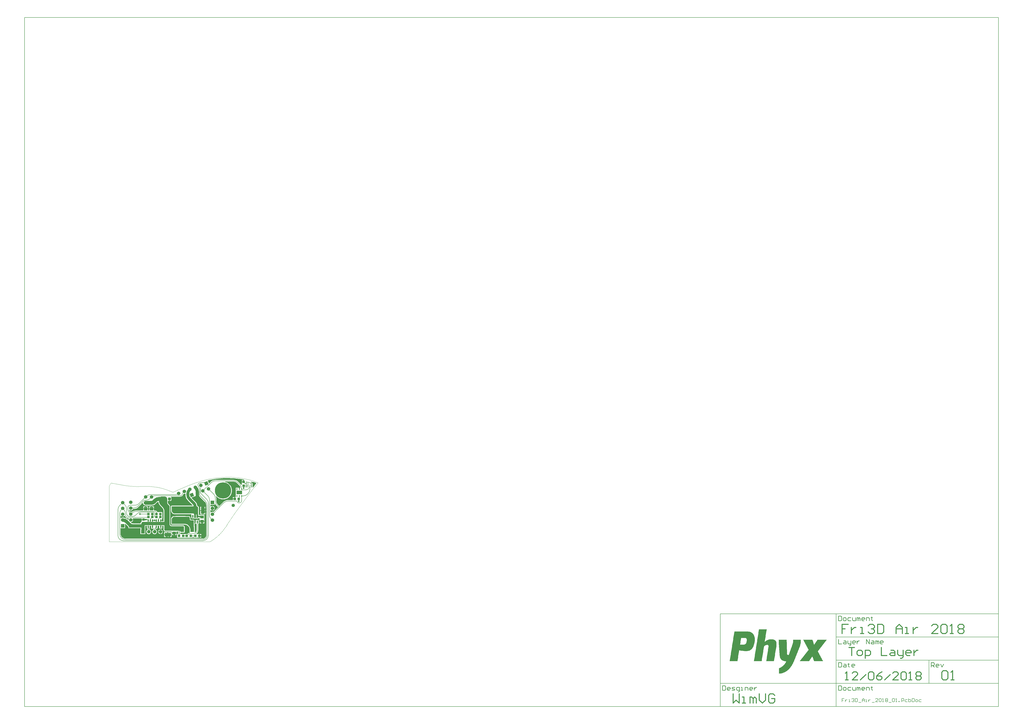
<source format=gtl>
G04*
G04 #@! TF.GenerationSoftware,Altium Limited,Altium Designer,18.1.6 (161)*
G04*
G04 Layer_Physical_Order=1*
G04 Layer_Color=48896*
%FSLAX25Y25*%
%MOIN*%
G70*
G01*
G75*
%ADD10C,0.00787*%
%ADD11C,0.00984*%
%ADD12C,0.00591*%
%ADD13C,0.01575*%
%ADD18C,0.00394*%
%ADD19R,0.29528X0.07087*%
%ADD20R,0.23622X0.04724*%
%ADD21R,0.04331X0.03937*%
%ADD22R,0.02362X0.03937*%
%ADD23R,0.05512X0.08268*%
%ADD24R,0.14567X0.04331*%
%ADD25R,0.05906X0.05118*%
%ADD26R,0.06299X0.10630*%
%ADD27R,0.02362X0.04528*%
%ADD28R,0.03937X0.04331*%
%ADD29R,0.09449X0.05906*%
%ADD30R,0.01575X0.02756*%
%ADD31R,0.01968X0.01378*%
%ADD32R,0.10630X0.06299*%
%ADD54C,0.05906*%
%ADD57C,0.06693*%
%ADD58C,0.05512*%
%ADD59C,0.05118*%
%ADD60C,0.05906*%
%ADD61C,0.02362*%
%ADD62C,0.02756*%
%ADD63R,0.05906X0.05906*%
%ADD64R,0.03937X0.03937*%
G04:AMPARAMS|DCode=65|XSize=39.37mil|YSize=39.37mil|CornerRadius=9.84mil|HoleSize=0mil|Usage=FLASHONLY|Rotation=0.000|XOffset=0mil|YOffset=0mil|HoleType=Round|Shape=RoundedRectangle|*
%AMROUNDEDRECTD65*
21,1,0.03937,0.01968,0,0,0.0*
21,1,0.01968,0.03937,0,0,0.0*
1,1,0.01968,0.00984,-0.00984*
1,1,0.01968,-0.00984,-0.00984*
1,1,0.01968,-0.00984,0.00984*
1,1,0.01968,0.00984,0.00984*
%
%ADD65ROUNDEDRECTD65*%
G04:AMPARAMS|DCode=66|XSize=49.21mil|YSize=49.21mil|CornerRadius=12.3mil|HoleSize=0mil|Usage=FLASHONLY|Rotation=0.000|XOffset=0mil|YOffset=0mil|HoleType=Round|Shape=RoundedRectangle|*
%AMROUNDEDRECTD66*
21,1,0.04921,0.02461,0,0,0.0*
21,1,0.02461,0.04921,0,0,0.0*
1,1,0.02461,0.01230,-0.01230*
1,1,0.02461,-0.01230,-0.01230*
1,1,0.02461,-0.01230,0.01230*
1,1,0.02461,0.01230,0.01230*
%
%ADD66ROUNDEDRECTD66*%
%ADD67R,0.04921X0.04921*%
%ADD68R,0.05906X0.05906*%
%ADD69C,0.05512*%
%ADD70P,0.08352X4X65.0*%
%ADD71C,0.27559*%
%ADD72C,0.02756*%
G36*
X36335Y107980D02*
X40830Y107718D01*
X45316Y107321D01*
X49788Y106789D01*
X54241Y106123D01*
X58044Y105437D01*
X57999Y104937D01*
X57396D01*
Y101771D01*
X56896D01*
Y101271D01*
X53927D01*
Y98850D01*
X53746Y98425D01*
X53746Y98181D01*
Y96188D01*
X53265Y96052D01*
X52857Y96719D01*
X51683Y98092D01*
X51679Y98088D01*
X48088Y101679D01*
X48092Y101683D01*
X46719Y102857D01*
X45179Y103800D01*
X43510Y104492D01*
X41753Y104913D01*
X39952Y105055D01*
Y105049D01*
X8984D01*
Y105055D01*
X7183Y104913D01*
X5426Y104492D01*
X3757Y103800D01*
X2217Y102857D01*
X843Y101683D01*
X848Y101679D01*
X-1438Y99393D01*
X-1926Y99501D01*
X-3558Y103986D01*
X-3318Y104425D01*
X-1601Y104807D01*
X313Y105217D01*
X4173Y105939D01*
X8052Y106558D01*
X11945Y107074D01*
X15851Y107487D01*
X19767Y107796D01*
X23688Y108002D01*
X27615Y108104D01*
X29579Y108103D01*
X29581Y108103D01*
X29583Y108103D01*
X31834Y108107D01*
X36335Y107980D01*
D02*
G37*
G36*
X72735Y101709D02*
X73313Y101504D01*
X73600Y101398D01*
X73603Y101398D01*
X73606Y101396D01*
X78306Y99679D01*
X78439Y99196D01*
X75273Y95307D01*
X75269Y95299D01*
X75261Y95293D01*
X73877Y93550D01*
X73875Y93548D01*
X73873Y93546D01*
X72815Y92203D01*
X72342Y92367D01*
Y96653D01*
Y100394D01*
X72161D01*
Y100583D01*
X70177D01*
Y101583D01*
X72313D01*
X72568Y101766D01*
X72735Y101709D01*
D02*
G37*
G36*
X41614Y101894D02*
X43211Y101410D01*
X44683Y100623D01*
X45921Y99607D01*
X45959Y99550D01*
X49550Y95959D01*
X49607Y95921D01*
X50623Y94683D01*
X51410Y93211D01*
X51734Y92143D01*
X51619Y91988D01*
X51350Y91748D01*
X50106D01*
Y89370D01*
X49106D01*
Y91748D01*
X48063D01*
X47638Y91929D01*
Y91929D01*
X47638Y91929D01*
X43701D01*
Y86811D01*
Y79528D01*
Y75804D01*
X42429D01*
Y72835D01*
X41929D01*
Y72335D01*
X38764D01*
Y70797D01*
X30441D01*
Y70803D01*
X28640Y70661D01*
X26884Y70240D01*
X25215Y69548D01*
X23675Y68605D01*
X22301Y67431D01*
X22306Y67427D01*
X15748Y60869D01*
X12977Y63640D01*
X12920Y63678D01*
X11904Y64916D01*
X11117Y66388D01*
X10633Y67986D01*
X10475Y69580D01*
X10489Y69647D01*
Y73941D01*
X10495D01*
X10354Y75742D01*
X9932Y77499D01*
X10392Y77694D01*
X11496Y76402D01*
X13286Y74873D01*
X15294Y73643D01*
X17470Y72741D01*
X19759Y72192D01*
X22107Y72007D01*
X24455Y72192D01*
X26744Y72741D01*
X28920Y73643D01*
X30928Y74873D01*
X32719Y76402D01*
X34248Y78193D01*
X35478Y80201D01*
X36379Y82376D01*
X36929Y84666D01*
X37114Y87014D01*
X36929Y89361D01*
X36379Y91651D01*
X35478Y93827D01*
X34248Y95835D01*
X32719Y97625D01*
X30928Y99155D01*
X28920Y100385D01*
X26744Y101286D01*
X25695Y101538D01*
X25755Y102038D01*
X39952D01*
X40019Y102051D01*
X41614Y101894D01*
D02*
G37*
G36*
X-41722Y81560D02*
X-41737Y81376D01*
X-41726D01*
Y79891D01*
X-41737D01*
X-41567Y77735D01*
X-41062Y75632D01*
X-40234Y73634D01*
X-39104Y71790D01*
X-37700Y70146D01*
X-37693Y70153D01*
X-29928Y62389D01*
X-29881Y62352D01*
X-29563Y61877D01*
X-29683Y61529D01*
X-29808Y61377D01*
X-65158Y61377D01*
X-65618Y61286D01*
X-66009Y61024D01*
X-66010Y61024D01*
X-66142D01*
Y60826D01*
X-66270Y60634D01*
X-66362Y60173D01*
Y53000D01*
X-66339Y52884D01*
Y52766D01*
X-66142Y51776D01*
Y51575D01*
X-66078D01*
X-66058Y51475D01*
X-65643Y50472D01*
X-65577Y50373D01*
X-65531Y50263D01*
X-64928Y49361D01*
X-64844Y49277D01*
X-64779Y49178D01*
X-64011Y48410D01*
X-63912Y48345D01*
X-63828Y48261D01*
X-62925Y47657D01*
X-62816Y47612D01*
X-62717Y47546D01*
X-61714Y47131D01*
X-61598Y47108D01*
X-61488Y47062D01*
X-60423Y46850D01*
X-60305D01*
X-60189Y46827D01*
X-59646D01*
X-32079Y46827D01*
X-31693Y46553D01*
Y39663D01*
X-27765D01*
X-27429Y39439D01*
X-26969Y39347D01*
X-24213D01*
X-23752Y39439D01*
X-23622Y39525D01*
X-23492Y39439D01*
X-23031Y39347D01*
X-20559D01*
X-20098Y39439D01*
X-19763Y39663D01*
X-19488D01*
Y40028D01*
X-19447Y40090D01*
X-19355Y40551D01*
Y40699D01*
X-17913D01*
X-17913Y38482D01*
X-17732Y38057D01*
Y35241D01*
X-9827D01*
Y38057D01*
X-9646Y38482D01*
X-9646Y38726D01*
Y45962D01*
X-17913D01*
Y45516D01*
X-19355D01*
Y46575D01*
X-19209D01*
Y59567D01*
X-19673D01*
X-19753Y59760D01*
X-20015Y60151D01*
X-20582Y60718D01*
X-20972Y60979D01*
X-21713Y61286D01*
X-21833Y61309D01*
X-21987Y62875D01*
X-22527Y64655D01*
X-23404Y66295D01*
X-24584Y67733D01*
X-24593Y67724D01*
X-31487Y74618D01*
X-31379Y75106D01*
X-25721Y77165D01*
X-25721Y77165D01*
X-25240Y77378D01*
X-24248Y77732D01*
X-23226Y77986D01*
X-22184Y78140D01*
X-21132Y78190D01*
X-20080Y78137D01*
X-19038Y77982D01*
X-18453Y77834D01*
X-18107Y77186D01*
X-17230Y76118D01*
X-17227Y76122D01*
X-17227Y76122D01*
X-8915Y67809D01*
X-8858Y67772D01*
X-7842Y66533D01*
X-7055Y65061D01*
X-6570Y63464D01*
X-6413Y61870D01*
X-6427Y61803D01*
Y11294D01*
X-6422Y11270D01*
X-6532Y10151D01*
X-6865Y9052D01*
X-7407Y8039D01*
X-8135Y7151D01*
X-9023Y6423D01*
X-10036Y5881D01*
X-11135Y5548D01*
X-12254Y5438D01*
X-12278Y5442D01*
X-143543D01*
X-143610Y5429D01*
X-145204Y5586D01*
X-146802Y6070D01*
X-148274Y6857D01*
X-149564Y7916D01*
X-150623Y9206D01*
X-151410Y10679D01*
X-151894Y12276D01*
X-152051Y13870D01*
X-152038Y13937D01*
Y23110D01*
X-144380D01*
Y30389D01*
X-143918Y30581D01*
X-138819Y25481D01*
Y23110D01*
X-134956D01*
X-134685Y23075D01*
X-134414Y23110D01*
X-130551D01*
Y23273D01*
X-118144D01*
Y21260D01*
X-118307D01*
Y12992D01*
X-110039D01*
Y21260D01*
X-110202D01*
Y27033D01*
X-107480D01*
Y22343D01*
X-105879D01*
Y20894D01*
X-106258Y20737D01*
X-107122Y20074D01*
X-107784Y19211D01*
X-108201Y18205D01*
X-108343Y17126D01*
X-108201Y16047D01*
X-107784Y15041D01*
X-107122Y14178D01*
X-106258Y13515D01*
X-105252Y13099D01*
X-104173Y12957D01*
X-103094Y13099D01*
X-102088Y13515D01*
X-101225Y14178D01*
X-100562Y15041D01*
X-100146Y16047D01*
X-100004Y17126D01*
X-100146Y18205D01*
X-100562Y19211D01*
X-101225Y20074D01*
X-102088Y20737D01*
X-102467Y20894D01*
Y23211D01*
X-102458D01*
X-102626Y24490D01*
X-102756Y24803D01*
Y27033D01*
X-100000D01*
Y22343D01*
X-95786D01*
X-95761Y22333D01*
X-95402Y21843D01*
X-95603Y21008D01*
X-96258Y20737D01*
X-97122Y20074D01*
X-97784Y19211D01*
X-98201Y18205D01*
X-98343Y17126D01*
X-98201Y16047D01*
X-97784Y15041D01*
X-97122Y14178D01*
X-96258Y13515D01*
X-95252Y13099D01*
X-94173Y12957D01*
X-93094Y13099D01*
X-92089Y13515D01*
X-91225Y14178D01*
X-90562Y15041D01*
X-90146Y16047D01*
X-90004Y17126D01*
X-90146Y18205D01*
X-90562Y19211D01*
X-91225Y20074D01*
X-92089Y20737D01*
X-92165Y20768D01*
X-91880Y21708D01*
X-91541Y22343D01*
X-88976D01*
Y27033D01*
X-86221D01*
Y22343D01*
X-81496D01*
Y27033D01*
X-78960D01*
Y20669D01*
X-78960Y20278D01*
X-78869Y19817D01*
X-78569Y19093D01*
X-78308Y18703D01*
X-77754Y18149D01*
X-77363Y17888D01*
X-76640Y17588D01*
X-76179Y17496D01*
X-75787Y17496D01*
X-64976Y17496D01*
Y15461D01*
X-57071D01*
Y17496D01*
X-54264D01*
Y13190D01*
X-55905D01*
Y6891D01*
X-49712D01*
X-49212Y6891D01*
X-48712Y6891D01*
X-42519D01*
Y6891D01*
X-36720D01*
X-36220Y6891D01*
Y6891D01*
X-36220D01*
Y6891D01*
X-29527D01*
Y8535D01*
X-28346D01*
Y6891D01*
X-21897D01*
X-21653Y6891D01*
X-21228Y7072D01*
X-18807D01*
Y10041D01*
Y13009D01*
X-21228D01*
X-21653Y13190D01*
X-21897Y13190D01*
X-23053D01*
X-23232Y13690D01*
X-22318Y14440D01*
X-21396Y15564D01*
X-20710Y16846D01*
X-20288Y18238D01*
X-20146Y19685D01*
X-20153D01*
Y30411D01*
X-19488D01*
Y37301D01*
X-24213D01*
Y37119D01*
X-25091D01*
Y33856D01*
Y30592D01*
X-24213D01*
Y30411D01*
X-23163D01*
Y19685D01*
X-23153Y19635D01*
X-23297Y18542D01*
X-23738Y17477D01*
X-24440Y16562D01*
X-25355Y15860D01*
X-25790Y15680D01*
X-26180Y16059D01*
Y26574D01*
X-26345D01*
Y30592D01*
X-26091D01*
Y33856D01*
Y37119D01*
X-26591D01*
X-26697Y37279D01*
X-27088Y37540D01*
X-27549Y37632D01*
X-32411D01*
X-32558Y37646D01*
X-32882Y37780D01*
X-33086Y37985D01*
X-33220Y38308D01*
X-33234Y38455D01*
Y40756D01*
X-33326Y41217D01*
X-33626Y41941D01*
X-33887Y42331D01*
X-34440Y42885D01*
X-34831Y43146D01*
X-35555Y43446D01*
X-36015Y43537D01*
X-41326D01*
X-41468Y43632D01*
X-41929Y43724D01*
X-41929Y43724D01*
X-58465D01*
X-58925Y43632D01*
X-59067Y43537D01*
X-61401D01*
X-61518Y43514D01*
X-61636D01*
X-62397Y43363D01*
X-62506Y43317D01*
X-62623Y43294D01*
X-63339Y42998D01*
X-63438Y42932D01*
X-63547Y42886D01*
X-64192Y42455D01*
X-64276Y42371D01*
X-64375Y42306D01*
X-64923Y41757D01*
X-64989Y41659D01*
X-65073Y41575D01*
X-65504Y40930D01*
X-65549Y40820D01*
X-65615Y40722D01*
X-65912Y40005D01*
X-65935Y39889D01*
X-65980Y39779D01*
X-66132Y39019D01*
Y38976D01*
X-66142D01*
Y38849D01*
X-66155Y38784D01*
Y30522D01*
X-66142Y30457D01*
Y29528D01*
X-65588D01*
X-65411Y29410D01*
X-64950Y29318D01*
X-43484D01*
X-42622Y29276D01*
X-40903Y28934D01*
X-39311Y28274D01*
X-37878Y27317D01*
X-36660Y26098D01*
X-35702Y24666D01*
X-35043Y23074D01*
X-34701Y21354D01*
X-34659Y20493D01*
Y16743D01*
X-34567Y16282D01*
X-34357Y15968D01*
X-34402Y15576D01*
X-34458Y15391D01*
X-34635Y15293D01*
Y15293D01*
X-35772Y15144D01*
X-36831Y14705D01*
X-37741Y14007D01*
X-37735Y14001D01*
X-38546Y13190D01*
X-42913D01*
Y13190D01*
X-48712D01*
X-49212Y13190D01*
X-49712Y13190D01*
X-50852D01*
Y15171D01*
X-50793Y15262D01*
X-50371Y15561D01*
X-50352Y15559D01*
X-50195Y15528D01*
X-44289Y15538D01*
X-44059Y15585D01*
X-43830Y15630D01*
X-43830Y15631D01*
X-43829Y15631D01*
X-43635Y15761D01*
X-43440Y15891D01*
X-43439Y15892D01*
X-43438Y15892D01*
X-43309Y16086D01*
X-43179Y16282D01*
X-43179Y16283D01*
X-43178Y16284D01*
X-43132Y16514D01*
X-43087Y16743D01*
X-43087Y25314D01*
X-43179Y25775D01*
X-43418Y26353D01*
X-43503Y26480D01*
Y26574D01*
X-43566D01*
X-43679Y26744D01*
X-44122Y27187D01*
X-44513Y27448D01*
X-45092Y27687D01*
X-45552Y27779D01*
X-65657D01*
X-65841Y27788D01*
X-66230Y27865D01*
X-66569Y28006D01*
X-66874Y28210D01*
X-67133Y28469D01*
X-67337Y28774D01*
X-67478Y29113D01*
X-67555Y29502D01*
X-67564Y29686D01*
X-67564Y59008D01*
X-67549Y59389D01*
X-67568Y59506D01*
X-67563Y59624D01*
X-67690Y60425D01*
X-67731Y60536D01*
X-67750Y60653D01*
X-68030Y61413D01*
X-68092Y61514D01*
X-68133Y61625D01*
X-68556Y62316D01*
X-68637Y62403D01*
X-68699Y62504D01*
X-68974Y62802D01*
X-68993Y62816D01*
X-69007Y62836D01*
X-70978Y64807D01*
X-71120Y64964D01*
X-71371Y65339D01*
X-71532Y65728D01*
X-71620Y66171D01*
X-71630Y66382D01*
Y69396D01*
X-71189Y69631D01*
X-70998Y69503D01*
X-70128Y69330D01*
X-69398D01*
Y72835D01*
X-68898D01*
Y73335D01*
X-65393D01*
Y74065D01*
X-65566Y74935D01*
X-66059Y75673D01*
X-66635Y76058D01*
X-66484Y76558D01*
X-51174D01*
Y76555D01*
X-49904Y76680D01*
X-48683Y77051D01*
X-47558Y77652D01*
X-46572Y78461D01*
X-46568Y78458D01*
X-45901Y79328D01*
X-45481Y80341D01*
X-45364Y81235D01*
X-44911Y81616D01*
X-44910Y81616D01*
X-44561Y81506D01*
X-43474Y81459D01*
X-42411Y81694D01*
X-42139Y81836D01*
X-41722Y81560D01*
D02*
G37*
G36*
X-88220Y67917D02*
X-87741Y67611D01*
X-87411Y65951D01*
X-87366Y65841D01*
X-87343Y65725D01*
X-86589Y63905D01*
X-86523Y63806D01*
X-86477Y63697D01*
X-85383Y62059D01*
X-85299Y61975D01*
X-85233Y61877D01*
X-84537Y61180D01*
X-84537Y61180D01*
X-84537Y61180D01*
X-81557Y58201D01*
X-80978Y57561D01*
X-80004Y56104D01*
X-79344Y54512D01*
X-79002Y52793D01*
X-78960Y51930D01*
Y34975D01*
X-81677D01*
Y35819D01*
X-83858D01*
Y36819D01*
X-81677D01*
Y39173D01*
X-80906D01*
Y44094D01*
Y50393D01*
X-87099D01*
X-87599Y50393D01*
Y50393D01*
X-87599D01*
Y50393D01*
X-89543D01*
X-89557Y50506D01*
X-89905Y51344D01*
X-90457Y52063D01*
X-91176Y52615D01*
X-92014Y52962D01*
X-92913Y53081D01*
Y53080D01*
X-95473D01*
Y55604D01*
X-99426D01*
X-103378D01*
Y53080D01*
X-105473D01*
Y55604D01*
X-109426D01*
X-113378D01*
Y53080D01*
X-126212D01*
Y53087D01*
X-128013Y52945D01*
X-129770Y52523D01*
X-131439Y51832D01*
X-132858Y50962D01*
X-133606Y51272D01*
X-134685Y51414D01*
X-135764Y51272D01*
X-136286Y51055D01*
X-136843Y51735D01*
X-137630Y53207D01*
X-137811Y53802D01*
X-137379Y54101D01*
X-136770Y53633D01*
X-135764Y53217D01*
X-134685Y53075D01*
X-133606Y53217D01*
X-132600Y53633D01*
X-131737Y54296D01*
X-131074Y55159D01*
X-130834Y55739D01*
X-129703D01*
Y55732D01*
X-127902Y55874D01*
X-126146Y56296D01*
X-124477Y56987D01*
X-122936Y57931D01*
X-121563Y59104D01*
X-121567Y59109D01*
X-114433Y66243D01*
X-113977Y65991D01*
X-113837Y64922D01*
X-113380Y63821D01*
X-112655Y62875D01*
X-111709Y62149D01*
X-110608Y61693D01*
X-109426Y61538D01*
X-99426D01*
Y61530D01*
X-97523Y61717D01*
X-95694Y62272D01*
X-94008Y63173D01*
X-92531Y64385D01*
X-92537Y64391D01*
X-90251Y66677D01*
X-90167Y66786D01*
X-89144Y67571D01*
X-88295Y67923D01*
X-88220Y67917D01*
D02*
G37*
G36*
X8726Y64421D02*
X9670Y62880D01*
X10843Y61507D01*
X10848Y61511D01*
X13619Y58740D01*
X5596Y50717D01*
X5016Y50957D01*
X3937Y51099D01*
X2858Y50957D01*
X1852Y50540D01*
X1021Y49902D01*
X799Y49942D01*
X521Y50036D01*
Y54110D01*
X994Y54271D01*
X1118Y54110D01*
X1944Y53476D01*
X2905Y53078D01*
X3437Y53008D01*
Y56929D01*
Y60850D01*
X2905Y60780D01*
X1944Y60382D01*
X1118Y59748D01*
X994Y59588D01*
X521Y59748D01*
Y62795D01*
X8071D01*
Y64722D01*
X8561Y64819D01*
X8726Y64421D01*
D02*
G37*
G36*
X-148014Y43008D02*
X-147482Y43078D01*
X-146521Y43476D01*
X-145695Y44110D01*
X-145396Y44500D01*
X-144904Y44410D01*
X-144719Y43800D01*
X-144125Y42688D01*
X-143325Y41714D01*
X-142351Y40915D01*
X-141240Y40321D01*
X-140034Y39955D01*
X-138779Y39831D01*
Y39833D01*
X-138246D01*
X-138025Y39385D01*
X-138138Y39237D01*
X-138536Y38276D01*
X-138605Y37754D01*
X-139136Y37550D01*
X-140423Y38650D01*
X-142254Y39772D01*
X-144237Y40593D01*
X-146324Y41094D01*
X-148465Y41263D01*
X-148465Y41263D01*
X-148514Y41256D01*
X-148832Y41214D01*
X-148939Y41200D01*
X-148959Y41198D01*
X-149593Y41114D01*
X-150599Y40698D01*
X-151462Y40035D01*
X-151565Y39902D01*
X-152038Y40063D01*
Y44207D01*
X-151538Y44377D01*
X-151333Y44110D01*
X-150508Y43476D01*
X-149546Y43078D01*
X-149014Y43008D01*
Y46929D01*
X-148014D01*
Y43008D01*
D02*
G37*
G36*
X-22575Y60173D02*
X-22174D01*
X-21433Y59866D01*
X-20866Y59299D01*
X-20559Y58559D01*
X-20559Y58158D01*
X-20559Y40551D01*
X-23031D01*
Y46063D01*
X-23031Y46063D01*
X-23039Y46140D01*
X-23098Y46282D01*
X-23207Y46390D01*
X-23348Y46449D01*
X-23425Y46457D01*
X-23819Y46457D01*
X-23819Y46457D01*
X-23896Y46449D01*
X-24038Y46390D01*
X-24146Y46282D01*
X-24205Y46140D01*
X-24213Y46063D01*
Y40551D01*
X-26969D01*
Y46063D01*
X-26969Y46063D01*
X-27006Y46447D01*
X-27300Y47157D01*
X-27843Y47700D01*
X-28553Y47994D01*
X-28937Y48031D01*
X-59646Y48031D01*
X-60189D01*
X-61253Y48243D01*
X-62256Y48659D01*
X-63159Y49262D01*
X-63927Y50030D01*
X-64530Y50933D01*
X-64946Y51936D01*
X-65158Y53000D01*
Y53543D01*
Y60173D01*
X-22575Y60173D01*
X-22575Y60173D01*
D02*
G37*
G36*
X-116157Y38295D02*
X-113189D01*
Y37295D01*
X-116157D01*
Y34630D01*
X-116338Y34449D01*
X-116338D01*
X-116640Y34073D01*
X-116981Y33812D01*
X-117612Y32989D01*
X-118009Y32032D01*
X-118116Y31215D01*
X-130551D01*
Y31378D01*
X-132922D01*
X-134342Y32798D01*
X-134163Y33326D01*
X-133653Y33393D01*
X-132692Y33791D01*
X-131866Y34425D01*
X-131232Y35251D01*
X-130834Y36212D01*
X-130764Y36744D01*
X-134685D01*
Y37744D01*
X-130764D01*
X-130834Y38276D01*
X-131232Y39237D01*
X-131345Y39385D01*
X-131124Y39833D01*
X-116157D01*
Y38295D01*
D02*
G37*
G36*
X-41743Y42333D02*
X-36015D01*
X-35292Y42033D01*
X-34738Y41480D01*
X-34439Y40756D01*
Y40365D01*
Y38396D01*
X-34401Y38012D01*
X-34107Y37302D01*
X-33564Y36759D01*
X-32854Y36465D01*
X-32470Y36428D01*
X-27549D01*
Y16743D01*
X-33454D01*
Y20522D01*
X-33503Y21502D01*
X-33885Y23425D01*
X-34635Y25236D01*
X-35724Y26866D01*
X-37110Y28252D01*
X-38740Y29341D01*
X-40551Y30091D01*
X-42474Y30474D01*
X-43454Y30522D01*
X-64950D01*
Y38396D01*
Y38784D01*
X-64799Y39544D01*
X-64502Y40261D01*
X-64072Y40906D01*
X-63523Y41454D01*
X-62878Y41885D01*
X-62162Y42182D01*
X-61401Y42333D01*
X-58651D01*
X-58465Y42520D01*
X-41929D01*
X-41743Y42333D01*
D02*
G37*
G36*
X-75623Y76620D02*
X-74907Y76324D01*
X-74262Y75893D01*
X-73714Y75344D01*
X-73283Y74699D01*
X-72986Y73983D01*
X-72835Y73222D01*
Y72835D01*
Y66353D01*
Y66353D01*
X-72818Y66023D01*
X-72690Y65377D01*
X-72438Y64768D01*
X-72072Y64221D01*
X-71850Y63976D01*
X-69858Y61984D01*
X-69858Y61984D01*
X-69583Y61687D01*
X-69160Y60996D01*
X-68879Y60236D01*
X-68752Y59436D01*
X-68768Y59031D01*
X-68768Y29657D01*
Y29657D01*
X-68753Y29355D01*
X-68636Y28762D01*
X-68404Y28204D01*
X-68069Y27702D01*
X-67642Y27274D01*
X-67139Y26939D01*
X-66581Y26708D01*
X-65988Y26590D01*
X-65686Y26575D01*
X-45552D01*
X-44974Y26335D01*
X-44531Y25892D01*
X-44291Y25314D01*
Y25001D01*
X-44291Y16743D01*
X-50197Y16732D01*
X-50197Y16732D01*
X-50235Y17116D01*
X-50529Y17826D01*
X-51072Y18369D01*
X-51781Y18663D01*
X-52165Y18701D01*
X-75787Y18701D01*
X-75787D01*
X-76179Y18701D01*
X-76903Y19001D01*
X-77456Y19554D01*
X-77756Y20278D01*
X-77756Y20669D01*
Y51960D01*
X-77756Y51960D01*
X-77804Y52940D01*
X-78186Y54863D01*
X-78937Y56674D01*
X-80026Y58304D01*
X-80685Y59031D01*
X-83685Y62032D01*
X-83685D01*
X-84382Y62728D01*
X-85476Y64366D01*
X-86230Y66186D01*
X-86614Y68118D01*
X-86614Y69103D01*
Y72835D01*
Y73222D01*
X-86463Y73983D01*
X-86166Y74699D01*
X-85735Y75344D01*
X-85187Y75893D01*
X-84542Y76324D01*
X-83826Y76620D01*
X-83065Y76772D01*
X-76384D01*
X-75623Y76620D01*
D02*
G37*
G36*
X1047062Y-166394D02*
X1046775D01*
Y-166681D01*
X1046489D01*
Y-166967D01*
Y-167253D01*
X1046203D01*
Y-167539D01*
X1045916D01*
Y-167826D01*
X1045630D01*
Y-168112D01*
Y-168398D01*
X1045344D01*
Y-168685D01*
X1045057D01*
Y-168971D01*
X1044771D01*
Y-169257D01*
X1044485D01*
Y-169544D01*
Y-169830D01*
X1044198D01*
Y-170116D01*
X1043912D01*
Y-170403D01*
X1043626D01*
Y-170689D01*
Y-170975D01*
X1043340D01*
Y-171262D01*
X1043053D01*
Y-171548D01*
X1042767D01*
Y-171834D01*
X1042480D01*
Y-172120D01*
Y-172407D01*
X1042194D01*
Y-172693D01*
X1041908D01*
Y-172979D01*
X1041622D01*
Y-173266D01*
Y-173552D01*
X1041335D01*
Y-173838D01*
X1041049D01*
Y-174125D01*
X1040763D01*
Y-174411D01*
Y-174697D01*
X1040476D01*
Y-174984D01*
X1040190D01*
Y-175270D01*
X1039904D01*
Y-175556D01*
X1039617D01*
Y-175842D01*
Y-176129D01*
X1039331D01*
Y-176415D01*
X1039045D01*
Y-176701D01*
X1038758D01*
Y-176988D01*
Y-177274D01*
X1038472D01*
Y-177560D01*
X1038186D01*
Y-177847D01*
X1037899D01*
Y-178133D01*
Y-178419D01*
X1037613D01*
Y-178706D01*
X1037327D01*
Y-178992D01*
X1037041D01*
Y-179278D01*
X1036754D01*
Y-179565D01*
Y-179851D01*
X1036468D01*
Y-180137D01*
X1036182D01*
Y-180423D01*
X1035895D01*
Y-180710D01*
Y-180996D01*
X1035609D01*
Y-181282D01*
X1035323D01*
Y-181569D01*
X1035036D01*
Y-181855D01*
Y-182141D01*
X1034750D01*
Y-182428D01*
X1034464D01*
Y-182714D01*
X1034177D01*
Y-183000D01*
X1033891D01*
Y-183287D01*
Y-183573D01*
X1033605D01*
Y-183859D01*
X1033319D01*
Y-184146D01*
X1033032D01*
Y-184432D01*
Y-184718D01*
X1032746D01*
Y-185004D01*
X1032460D01*
Y-185291D01*
X1032173D01*
Y-185577D01*
X1031887D01*
Y-185863D01*
Y-186150D01*
X1032173D01*
Y-186436D01*
Y-186722D01*
X1032460D01*
Y-187009D01*
Y-187295D01*
X1032746D01*
Y-187581D01*
X1033032D01*
Y-187868D01*
Y-188154D01*
X1033319D01*
Y-188440D01*
Y-188727D01*
X1033605D01*
Y-189013D01*
Y-189299D01*
X1033891D01*
Y-189585D01*
Y-189872D01*
X1034177D01*
Y-190158D01*
Y-190444D01*
X1034464D01*
Y-190731D01*
Y-191017D01*
X1034750D01*
Y-191303D01*
Y-191590D01*
X1035036D01*
Y-191876D01*
Y-192162D01*
X1035323D01*
Y-192449D01*
X1035609D01*
Y-192735D01*
Y-193021D01*
X1035895D01*
Y-193308D01*
Y-193594D01*
X1036182D01*
Y-193880D01*
Y-194167D01*
X1036468D01*
Y-194453D01*
Y-194739D01*
X1036754D01*
Y-195025D01*
Y-195312D01*
X1037041D01*
Y-195598D01*
Y-195884D01*
X1037327D01*
Y-196171D01*
Y-196457D01*
X1037613D01*
Y-196743D01*
X1037899D01*
Y-197030D01*
Y-197316D01*
X1038186D01*
Y-197602D01*
Y-197889D01*
X1038472D01*
Y-198175D01*
Y-198461D01*
X1038758D01*
Y-198748D01*
Y-199034D01*
X1039045D01*
Y-199320D01*
Y-199606D01*
X1039331D01*
Y-199893D01*
Y-200179D01*
X1039617D01*
Y-200465D01*
Y-200752D01*
X1039904D01*
Y-201038D01*
X1040190D01*
Y-201324D01*
Y-201611D01*
X1040476D01*
Y-201897D01*
Y-202183D01*
X1040763D01*
Y-202470D01*
X1025588D01*
Y-202183D01*
X1025302D01*
Y-201897D01*
Y-201611D01*
Y-201324D01*
X1025016D01*
Y-201038D01*
Y-200752D01*
Y-200465D01*
X1024729D01*
Y-200179D01*
Y-199893D01*
X1024443D01*
Y-199606D01*
Y-199320D01*
Y-199034D01*
X1024156D01*
Y-198748D01*
Y-198461D01*
Y-198175D01*
X1023870D01*
Y-197889D01*
Y-197602D01*
X1023584D01*
Y-197316D01*
Y-197030D01*
Y-196743D01*
X1023298D01*
Y-196457D01*
Y-196171D01*
Y-195884D01*
X1023011D01*
Y-195598D01*
Y-195312D01*
Y-195025D01*
X1022725D01*
Y-194739D01*
X1022152D01*
Y-195025D01*
Y-195312D01*
X1021866D01*
Y-195598D01*
X1021580D01*
Y-195884D01*
Y-196171D01*
X1021293D01*
Y-196457D01*
X1021007D01*
Y-196743D01*
Y-197030D01*
X1020721D01*
Y-197316D01*
X1020434D01*
Y-197602D01*
Y-197889D01*
X1020148D01*
Y-198175D01*
X1019862D01*
Y-198461D01*
X1019576D01*
Y-198748D01*
Y-199034D01*
X1019289D01*
Y-199320D01*
X1019003D01*
Y-199606D01*
Y-199893D01*
X1018717D01*
Y-200179D01*
X1018430D01*
Y-200465D01*
Y-200752D01*
X1018144D01*
Y-201038D01*
X1017858D01*
Y-201324D01*
Y-201611D01*
X1017571D01*
Y-201897D01*
X1017285D01*
Y-202183D01*
Y-202470D01*
X1001252D01*
Y-202183D01*
X1001538D01*
Y-201897D01*
X1001824D01*
Y-201611D01*
X1002110D01*
Y-201324D01*
X1002397D01*
Y-201038D01*
Y-200752D01*
X1002683D01*
Y-200465D01*
X1002969D01*
Y-200179D01*
X1003256D01*
Y-199893D01*
X1003542D01*
Y-199606D01*
Y-199320D01*
X1003828D01*
Y-199034D01*
X1004115D01*
Y-198748D01*
X1004401D01*
Y-198461D01*
Y-198175D01*
X1004687D01*
Y-197889D01*
X1004974D01*
Y-197602D01*
X1005260D01*
Y-197316D01*
X1005546D01*
Y-197030D01*
Y-196743D01*
X1005832D01*
Y-196457D01*
X1006119D01*
Y-196171D01*
X1006405D01*
Y-195884D01*
X1006691D01*
Y-195598D01*
Y-195312D01*
X1006978D01*
Y-195025D01*
X1007264D01*
Y-194739D01*
X1007550D01*
Y-194453D01*
Y-194167D01*
X1007837D01*
Y-193880D01*
X1008123D01*
Y-193594D01*
X1008409D01*
Y-193308D01*
X1008696D01*
Y-193021D01*
Y-192735D01*
X1008982D01*
Y-192449D01*
X1009268D01*
Y-192162D01*
X1009555D01*
Y-191876D01*
Y-191590D01*
X1009841D01*
Y-191303D01*
X1010127D01*
Y-191017D01*
X1010413D01*
Y-190731D01*
X1010700D01*
Y-190444D01*
Y-190158D01*
X1010986D01*
Y-189872D01*
X1011272D01*
Y-189585D01*
X1011559D01*
Y-189299D01*
Y-189013D01*
X1011845D01*
Y-188727D01*
X1012131D01*
Y-188440D01*
X1012418D01*
Y-188154D01*
X1012704D01*
Y-187868D01*
Y-187581D01*
X1012990D01*
Y-187295D01*
X1013277D01*
Y-187009D01*
X1013563D01*
Y-186722D01*
X1013849D01*
Y-186436D01*
Y-186150D01*
X1014136D01*
Y-185863D01*
X1014422D01*
Y-185577D01*
X1014708D01*
Y-185291D01*
Y-185004D01*
X1014995D01*
Y-184718D01*
X1015281D01*
Y-184432D01*
X1015567D01*
Y-184146D01*
X1015853D01*
Y-183859D01*
Y-183573D01*
X1016140D01*
Y-183287D01*
Y-183000D01*
Y-182714D01*
X1015853D01*
Y-182428D01*
X1015567D01*
Y-182141D01*
Y-181855D01*
X1015281D01*
Y-181569D01*
Y-181282D01*
X1014995D01*
Y-180996D01*
Y-180710D01*
X1014708D01*
Y-180423D01*
Y-180137D01*
X1014422D01*
Y-179851D01*
Y-179565D01*
X1014136D01*
Y-179278D01*
Y-178992D01*
X1013849D01*
Y-178706D01*
X1013563D01*
Y-178419D01*
Y-178133D01*
X1013277D01*
Y-177847D01*
Y-177560D01*
X1012990D01*
Y-177274D01*
Y-176988D01*
X1012704D01*
Y-176701D01*
Y-176415D01*
X1012418D01*
Y-176129D01*
Y-175842D01*
X1012131D01*
Y-175556D01*
Y-175270D01*
X1011845D01*
Y-174984D01*
X1011559D01*
Y-174697D01*
Y-174411D01*
X1011272D01*
Y-174125D01*
Y-173838D01*
X1010986D01*
Y-173552D01*
Y-173266D01*
X1010700D01*
Y-172979D01*
Y-172693D01*
X1010413D01*
Y-172407D01*
Y-172120D01*
X1010127D01*
Y-171834D01*
Y-171548D01*
X1009841D01*
Y-171262D01*
Y-170975D01*
X1009555D01*
Y-170689D01*
X1009268D01*
Y-170403D01*
Y-170116D01*
X1008982D01*
Y-169830D01*
Y-169544D01*
X1008696D01*
Y-169257D01*
Y-168971D01*
X1008409D01*
Y-168685D01*
Y-168398D01*
X1008123D01*
Y-168112D01*
Y-167826D01*
X1007837D01*
Y-167539D01*
Y-167253D01*
X1007550D01*
Y-166967D01*
X1007264D01*
Y-166681D01*
Y-166394D01*
X1006978D01*
Y-166108D01*
X1022725D01*
Y-166394D01*
X1023011D01*
Y-166681D01*
Y-166967D01*
Y-167253D01*
X1023298D01*
Y-167539D01*
Y-167826D01*
Y-168112D01*
X1023584D01*
Y-168398D01*
Y-168685D01*
Y-168971D01*
X1023870D01*
Y-169257D01*
Y-169544D01*
Y-169830D01*
X1024156D01*
Y-170116D01*
Y-170403D01*
Y-170689D01*
X1024443D01*
Y-170975D01*
Y-171262D01*
Y-171548D01*
X1024729D01*
Y-171834D01*
Y-172120D01*
Y-172407D01*
X1025016D01*
Y-172693D01*
Y-172979D01*
Y-173266D01*
X1025302D01*
Y-173552D01*
Y-173838D01*
Y-174125D01*
Y-174411D01*
X1025874D01*
Y-174125D01*
X1026161D01*
Y-173838D01*
X1026447D01*
Y-173552D01*
Y-173266D01*
X1026733D01*
Y-172979D01*
X1027020D01*
Y-172693D01*
Y-172407D01*
X1027306D01*
Y-172120D01*
X1027592D01*
Y-171834D01*
Y-171548D01*
X1027879D01*
Y-171262D01*
X1028165D01*
Y-170975D01*
Y-170689D01*
X1028451D01*
Y-170403D01*
X1028738D01*
Y-170116D01*
Y-169830D01*
X1029024D01*
Y-169544D01*
X1029310D01*
Y-169257D01*
Y-168971D01*
X1029597D01*
Y-168685D01*
X1029883D01*
Y-168398D01*
Y-168112D01*
X1030169D01*
Y-167826D01*
X1030455D01*
Y-167539D01*
Y-167253D01*
X1030742D01*
Y-166967D01*
X1031028D01*
Y-166681D01*
Y-166394D01*
X1031314D01*
Y-166108D01*
X1047062D01*
Y-166394D01*
D02*
G37*
G36*
X913926Y-152365D02*
X915644D01*
Y-152651D01*
X916503D01*
Y-152937D01*
X917362D01*
Y-153224D01*
X918221D01*
Y-153510D01*
X918793D01*
Y-153796D01*
X919080D01*
Y-154083D01*
X919652D01*
Y-154369D01*
X919939D01*
Y-154655D01*
X920511D01*
Y-154942D01*
X920798D01*
Y-155228D01*
X921084D01*
Y-155514D01*
X921370D01*
Y-155801D01*
X921657D01*
Y-156087D01*
X921943D01*
Y-156373D01*
X922229D01*
Y-156659D01*
Y-156946D01*
X922515D01*
Y-157232D01*
X922802D01*
Y-157518D01*
Y-157805D01*
X923088D01*
Y-158091D01*
X923374D01*
Y-158377D01*
Y-158664D01*
X923661D01*
Y-158950D01*
Y-159236D01*
Y-159523D01*
X923947D01*
Y-159809D01*
Y-160095D01*
Y-160382D01*
X924233D01*
Y-160668D01*
Y-160954D01*
Y-161240D01*
Y-161527D01*
X924520D01*
Y-161813D01*
Y-162100D01*
Y-162386D01*
Y-162672D01*
Y-162958D01*
X924806D01*
Y-163245D01*
Y-163531D01*
Y-163817D01*
Y-164104D01*
Y-164390D01*
Y-164676D01*
Y-164963D01*
Y-165249D01*
Y-165535D01*
Y-165822D01*
Y-166108D01*
Y-166394D01*
Y-166681D01*
Y-166967D01*
Y-167253D01*
Y-167539D01*
Y-167826D01*
Y-168112D01*
Y-168398D01*
Y-168685D01*
X924520D01*
Y-168971D01*
Y-169257D01*
Y-169544D01*
Y-169830D01*
Y-170116D01*
Y-170403D01*
Y-170689D01*
X924233D01*
Y-170975D01*
Y-171262D01*
Y-171548D01*
Y-171834D01*
Y-172120D01*
X923947D01*
Y-172407D01*
Y-172693D01*
Y-172979D01*
Y-173266D01*
Y-173552D01*
X923661D01*
Y-173838D01*
Y-174125D01*
Y-174411D01*
X923374D01*
Y-174697D01*
Y-174984D01*
Y-175270D01*
Y-175556D01*
X923088D01*
Y-175842D01*
Y-176129D01*
Y-176415D01*
X922802D01*
Y-176701D01*
Y-176988D01*
X922515D01*
Y-177274D01*
Y-177560D01*
Y-177847D01*
X922229D01*
Y-178133D01*
Y-178419D01*
X921943D01*
Y-178706D01*
Y-178992D01*
X921657D01*
Y-179278D01*
Y-179565D01*
X921370D01*
Y-179851D01*
X921084D01*
Y-180137D01*
Y-180423D01*
X920798D01*
Y-180710D01*
X920511D01*
Y-180996D01*
X920225D01*
Y-181282D01*
Y-181569D01*
X919939D01*
Y-181855D01*
X919652D01*
Y-182141D01*
X919366D01*
Y-182428D01*
X919080D01*
Y-182714D01*
X918793D01*
Y-183000D01*
X918221D01*
Y-183287D01*
X917934D01*
Y-183573D01*
X917362D01*
Y-183859D01*
X917076D01*
Y-184146D01*
X916503D01*
Y-184432D01*
X915644D01*
Y-184718D01*
X914785D01*
Y-185004D01*
X913926D01*
Y-185291D01*
X912208D01*
Y-185577D01*
X907055D01*
Y-185291D01*
X904478D01*
Y-185004D01*
X902474D01*
Y-184718D01*
X901042D01*
Y-184432D01*
X899610D01*
Y-184146D01*
X898179D01*
Y-184432D01*
Y-184718D01*
Y-185004D01*
Y-185291D01*
Y-185577D01*
Y-185863D01*
Y-186150D01*
X897892D01*
Y-186436D01*
Y-186722D01*
Y-187009D01*
Y-187295D01*
Y-187581D01*
Y-187868D01*
X897606D01*
Y-188154D01*
Y-188440D01*
Y-188727D01*
Y-189013D01*
Y-189299D01*
Y-189585D01*
X897320D01*
Y-189872D01*
Y-190158D01*
Y-190444D01*
Y-190731D01*
Y-191017D01*
Y-191303D01*
Y-191590D01*
X897034D01*
Y-191876D01*
Y-192162D01*
Y-192449D01*
Y-192735D01*
Y-193021D01*
Y-193308D01*
X896747D01*
Y-193594D01*
Y-193880D01*
Y-194167D01*
Y-194453D01*
Y-194739D01*
Y-195025D01*
X896461D01*
Y-195312D01*
Y-195598D01*
Y-195884D01*
Y-196171D01*
Y-196457D01*
Y-196743D01*
Y-197030D01*
X896175D01*
Y-197316D01*
Y-197602D01*
Y-197889D01*
Y-198175D01*
Y-198461D01*
Y-198748D01*
X895888D01*
Y-199034D01*
Y-199320D01*
Y-199606D01*
Y-199893D01*
Y-200179D01*
Y-200465D01*
X895602D01*
Y-200752D01*
Y-201038D01*
Y-201324D01*
Y-201611D01*
Y-201897D01*
Y-202183D01*
Y-202470D01*
X882145D01*
Y-202183D01*
X882432D01*
Y-201897D01*
Y-201611D01*
Y-201324D01*
Y-201038D01*
Y-200752D01*
X882718D01*
Y-200465D01*
Y-200179D01*
Y-199893D01*
Y-199606D01*
Y-199320D01*
Y-199034D01*
Y-198748D01*
X883004D01*
Y-198461D01*
Y-198175D01*
Y-197889D01*
Y-197602D01*
Y-197316D01*
Y-197030D01*
X883291D01*
Y-196743D01*
Y-196457D01*
Y-196171D01*
Y-195884D01*
Y-195598D01*
Y-195312D01*
X883577D01*
Y-195025D01*
Y-194739D01*
Y-194453D01*
Y-194167D01*
Y-193880D01*
Y-193594D01*
Y-193308D01*
X883863D01*
Y-193021D01*
Y-192735D01*
Y-192449D01*
Y-192162D01*
Y-191876D01*
Y-191590D01*
X884149D01*
Y-191303D01*
Y-191017D01*
Y-190731D01*
Y-190444D01*
Y-190158D01*
Y-189872D01*
X884436D01*
Y-189585D01*
Y-189299D01*
Y-189013D01*
Y-188727D01*
Y-188440D01*
Y-188154D01*
X884722D01*
Y-187868D01*
Y-187581D01*
Y-187295D01*
Y-187009D01*
Y-186722D01*
Y-186436D01*
Y-186150D01*
X885009D01*
Y-185863D01*
Y-185577D01*
Y-185291D01*
Y-185004D01*
Y-184718D01*
Y-184432D01*
X885295D01*
Y-184146D01*
Y-183859D01*
Y-183573D01*
Y-183287D01*
Y-183000D01*
Y-182714D01*
X885581D01*
Y-182428D01*
Y-182141D01*
Y-181855D01*
Y-181569D01*
Y-181282D01*
Y-180996D01*
X885867D01*
Y-180710D01*
Y-180423D01*
Y-180137D01*
Y-179851D01*
Y-179565D01*
Y-179278D01*
Y-178992D01*
X886154D01*
Y-178706D01*
Y-178419D01*
Y-178133D01*
Y-177847D01*
Y-177560D01*
Y-177274D01*
X886440D01*
Y-176988D01*
Y-176701D01*
Y-176415D01*
Y-176129D01*
Y-175842D01*
Y-175556D01*
X886726D01*
Y-175270D01*
Y-174984D01*
Y-174697D01*
Y-174411D01*
Y-174125D01*
Y-173838D01*
Y-173552D01*
X887013D01*
Y-173266D01*
Y-172979D01*
Y-172693D01*
Y-172407D01*
Y-172120D01*
Y-171834D01*
X887299D01*
Y-171548D01*
Y-171262D01*
Y-170975D01*
Y-170689D01*
Y-170403D01*
Y-170116D01*
X887585D01*
Y-169830D01*
Y-169544D01*
Y-169257D01*
Y-168971D01*
Y-168685D01*
Y-168398D01*
X887872D01*
Y-168112D01*
Y-167826D01*
Y-167539D01*
Y-167253D01*
Y-166967D01*
Y-166681D01*
Y-166394D01*
X888158D01*
Y-166108D01*
Y-165822D01*
Y-165535D01*
Y-165249D01*
Y-164963D01*
Y-164676D01*
X888444D01*
Y-164390D01*
Y-164104D01*
Y-163817D01*
Y-163531D01*
Y-163245D01*
Y-162958D01*
X888731D01*
Y-162672D01*
Y-162386D01*
Y-162100D01*
Y-161813D01*
Y-161527D01*
Y-161240D01*
Y-160954D01*
X889017D01*
Y-160668D01*
Y-160382D01*
Y-160095D01*
Y-159809D01*
Y-159523D01*
Y-159236D01*
X889303D01*
Y-158950D01*
Y-158664D01*
Y-158377D01*
Y-158091D01*
Y-157805D01*
Y-157518D01*
X889590D01*
Y-157232D01*
Y-156946D01*
Y-156659D01*
Y-156373D01*
Y-156087D01*
Y-155801D01*
Y-155514D01*
X889876D01*
Y-155228D01*
Y-154942D01*
Y-154655D01*
Y-154369D01*
Y-154083D01*
Y-153796D01*
X890162D01*
Y-153510D01*
Y-153224D01*
Y-152937D01*
Y-152651D01*
Y-152365D01*
Y-152078D01*
X913926D01*
Y-152365D01*
D02*
G37*
G36*
X1002969Y-166394D02*
Y-166681D01*
Y-166967D01*
Y-167253D01*
Y-167539D01*
Y-167826D01*
Y-168112D01*
Y-168398D01*
Y-168685D01*
Y-168971D01*
Y-169257D01*
Y-169544D01*
Y-169830D01*
Y-170116D01*
Y-170403D01*
Y-170689D01*
Y-170975D01*
Y-171262D01*
Y-171548D01*
Y-171834D01*
Y-172120D01*
X1002683D01*
Y-172407D01*
Y-172693D01*
Y-172979D01*
Y-173266D01*
Y-173552D01*
X1002397D01*
Y-173838D01*
Y-174125D01*
Y-174411D01*
Y-174697D01*
X1002110D01*
Y-174984D01*
Y-175270D01*
Y-175556D01*
Y-175842D01*
X1001824D01*
Y-176129D01*
Y-176415D01*
Y-176701D01*
X1001538D01*
Y-176988D01*
Y-177274D01*
Y-177560D01*
X1001252D01*
Y-177847D01*
Y-178133D01*
Y-178419D01*
X1000965D01*
Y-178706D01*
Y-178992D01*
Y-179278D01*
X1000679D01*
Y-179565D01*
Y-179851D01*
X1000393D01*
Y-180137D01*
Y-180423D01*
X1000106D01*
Y-180710D01*
Y-180996D01*
Y-181282D01*
X999820D01*
Y-181569D01*
Y-181855D01*
X999534D01*
Y-182141D01*
Y-182428D01*
Y-182714D01*
X999247D01*
Y-183000D01*
Y-183287D01*
X998961D01*
Y-183573D01*
Y-183859D01*
Y-184146D01*
X998675D01*
Y-184432D01*
Y-184718D01*
X998388D01*
Y-185004D01*
Y-185291D01*
Y-185577D01*
X998102D01*
Y-185863D01*
Y-186150D01*
X997816D01*
Y-186436D01*
Y-186722D01*
Y-187009D01*
X997529D01*
Y-187295D01*
Y-187581D01*
X997243D01*
Y-187868D01*
Y-188154D01*
Y-188440D01*
X996957D01*
Y-188727D01*
Y-189013D01*
X996671D01*
Y-189299D01*
Y-189585D01*
Y-189872D01*
X996384D01*
Y-190158D01*
Y-190444D01*
X996098D01*
Y-190731D01*
Y-191017D01*
Y-191303D01*
X995811D01*
Y-191590D01*
Y-191876D01*
X995525D01*
Y-192162D01*
Y-192449D01*
Y-192735D01*
X995239D01*
Y-193021D01*
Y-193308D01*
X994953D01*
Y-193594D01*
Y-193880D01*
Y-194167D01*
X994666D01*
Y-194453D01*
Y-194739D01*
X994380D01*
Y-195025D01*
Y-195312D01*
Y-195598D01*
X994094D01*
Y-195884D01*
Y-196171D01*
X993807D01*
Y-196457D01*
Y-196743D01*
Y-197030D01*
X993521D01*
Y-197316D01*
Y-197602D01*
X993235D01*
Y-197889D01*
Y-198175D01*
Y-198461D01*
X992948D01*
Y-198748D01*
Y-199034D01*
X992662D01*
Y-199320D01*
Y-199606D01*
Y-199893D01*
X992376D01*
Y-200179D01*
Y-200465D01*
X992089D01*
Y-200752D01*
Y-201038D01*
Y-201324D01*
X991803D01*
Y-201611D01*
Y-201897D01*
X991517D01*
Y-202183D01*
Y-202470D01*
Y-202756D01*
X991230D01*
Y-203042D01*
Y-203328D01*
X990944D01*
Y-203615D01*
Y-203901D01*
X990658D01*
Y-204187D01*
Y-204474D01*
X990372D01*
Y-204760D01*
Y-205046D01*
Y-205333D01*
X990085D01*
Y-205619D01*
X989799D01*
Y-205905D01*
Y-206192D01*
Y-206478D01*
X989513D01*
Y-206764D01*
X989226D01*
Y-207051D01*
Y-207337D01*
X988940D01*
Y-207623D01*
Y-207909D01*
X988654D01*
Y-208196D01*
Y-208482D01*
X988367D01*
Y-208769D01*
Y-209055D01*
X988081D01*
Y-209341D01*
X987795D01*
Y-209627D01*
Y-209914D01*
X987508D01*
Y-210200D01*
Y-210486D01*
X987222D01*
Y-210773D01*
X986936D01*
Y-211059D01*
X986650D01*
Y-211345D01*
Y-211632D01*
X986363D01*
Y-211918D01*
X986077D01*
Y-212204D01*
Y-212491D01*
X985791D01*
Y-212777D01*
X985504D01*
Y-213063D01*
X985218D01*
Y-213350D01*
Y-213636D01*
X984932D01*
Y-213922D01*
X984645D01*
Y-214208D01*
X984359D01*
Y-214495D01*
X984073D01*
Y-214781D01*
X983786D01*
Y-215067D01*
Y-215354D01*
X983500D01*
Y-215640D01*
X983214D01*
Y-215926D01*
X982928D01*
Y-216213D01*
X982641D01*
Y-216499D01*
X982355D01*
Y-216785D01*
X982069D01*
Y-217072D01*
X981782D01*
Y-217358D01*
X981210D01*
Y-217644D01*
X980923D01*
Y-217931D01*
X980637D01*
Y-218217D01*
X980351D01*
Y-218503D01*
X980064D01*
Y-218789D01*
X979492D01*
Y-219076D01*
X979205D01*
Y-219362D01*
X978633D01*
Y-219648D01*
X978347D01*
Y-219935D01*
X977774D01*
Y-220221D01*
X977487D01*
Y-220507D01*
X976915D01*
Y-220794D01*
X976342D01*
Y-221080D01*
X975770D01*
Y-221366D01*
X975197D01*
Y-221653D01*
X974624D01*
Y-221939D01*
X973765D01*
Y-222225D01*
X973193D01*
Y-222512D01*
X972334D01*
Y-222798D01*
X971189D01*
Y-223084D01*
X970043D01*
Y-223370D01*
X968326D01*
Y-223657D01*
X966321D01*
Y-223943D01*
X966035D01*
Y-223657D01*
Y-223370D01*
Y-223084D01*
Y-222798D01*
Y-222512D01*
Y-222225D01*
Y-221939D01*
Y-221653D01*
Y-221366D01*
Y-221080D01*
Y-220794D01*
Y-220507D01*
Y-220221D01*
Y-219935D01*
Y-219648D01*
Y-219362D01*
Y-219076D01*
Y-218789D01*
Y-218503D01*
Y-218217D01*
Y-217931D01*
Y-217644D01*
Y-217358D01*
Y-217072D01*
Y-216785D01*
Y-216499D01*
Y-216213D01*
Y-215926D01*
Y-215640D01*
Y-215354D01*
Y-215067D01*
Y-214781D01*
Y-214495D01*
X966608D01*
Y-214208D01*
X967180D01*
Y-213922D01*
X967753D01*
Y-213636D01*
X968326D01*
Y-213350D01*
X968898D01*
Y-213063D01*
X969471D01*
Y-212777D01*
X969757D01*
Y-212491D01*
X970330D01*
Y-212204D01*
X970616D01*
Y-211918D01*
X971189D01*
Y-211632D01*
X971475D01*
Y-211345D01*
X971761D01*
Y-211059D01*
X972334D01*
Y-210773D01*
X972620D01*
Y-210486D01*
X972906D01*
Y-210200D01*
X973193D01*
Y-209914D01*
X973479D01*
Y-209627D01*
X973765D01*
Y-209341D01*
X974052D01*
Y-209055D01*
X974338D01*
Y-208769D01*
X974624D01*
Y-208482D01*
X974911D01*
Y-208196D01*
X975197D01*
Y-207909D01*
X975483D01*
Y-207623D01*
Y-207337D01*
X975770D01*
Y-207051D01*
X976056D01*
Y-206764D01*
X976342D01*
Y-206478D01*
Y-206192D01*
X976629D01*
Y-205905D01*
X976915D01*
Y-205619D01*
Y-205333D01*
X977201D01*
Y-205046D01*
Y-204760D01*
X977487D01*
Y-204474D01*
X977774D01*
Y-204187D01*
Y-203901D01*
X978060D01*
Y-203615D01*
Y-203328D01*
X978347D01*
Y-203042D01*
Y-202756D01*
X976629D01*
Y-202470D01*
X974624D01*
Y-202183D01*
X973479D01*
Y-201897D01*
X972906D01*
Y-201611D01*
X972048D01*
Y-201324D01*
X971475D01*
Y-201038D01*
X971189D01*
Y-200752D01*
X970616D01*
Y-200465D01*
X970330D01*
Y-200179D01*
X970043D01*
Y-199893D01*
X969757D01*
Y-199606D01*
X969471D01*
Y-199320D01*
X969184D01*
Y-199034D01*
Y-198748D01*
X968898D01*
Y-198461D01*
X968612D01*
Y-198175D01*
Y-197889D01*
X968326D01*
Y-197602D01*
Y-197316D01*
X968039D01*
Y-197030D01*
Y-196743D01*
X967753D01*
Y-196457D01*
Y-196171D01*
Y-195884D01*
X967467D01*
Y-195598D01*
Y-195312D01*
Y-195025D01*
Y-194739D01*
X967180D01*
Y-194453D01*
Y-194167D01*
Y-193880D01*
Y-193594D01*
Y-193308D01*
Y-193021D01*
Y-192735D01*
X966894D01*
Y-192449D01*
Y-192162D01*
Y-191876D01*
Y-191590D01*
Y-191303D01*
Y-191017D01*
Y-190731D01*
Y-190444D01*
Y-190158D01*
Y-189872D01*
Y-189585D01*
Y-189299D01*
Y-189013D01*
Y-188727D01*
Y-188440D01*
X966608D01*
Y-188154D01*
Y-187868D01*
Y-187581D01*
Y-187295D01*
Y-187009D01*
Y-186722D01*
Y-186436D01*
Y-186150D01*
Y-185863D01*
Y-185577D01*
Y-185291D01*
Y-185004D01*
Y-184718D01*
Y-184432D01*
Y-184146D01*
X966321D01*
Y-183859D01*
Y-183573D01*
Y-183287D01*
Y-183000D01*
Y-182714D01*
Y-182428D01*
Y-182141D01*
Y-181855D01*
Y-181569D01*
Y-181282D01*
Y-180996D01*
Y-180710D01*
Y-180423D01*
Y-180137D01*
Y-179851D01*
Y-179565D01*
X966035D01*
Y-179278D01*
Y-178992D01*
Y-178706D01*
Y-178419D01*
Y-178133D01*
Y-177847D01*
Y-177560D01*
Y-177274D01*
Y-176988D01*
Y-176701D01*
Y-176415D01*
Y-176129D01*
Y-175842D01*
Y-175556D01*
Y-175270D01*
Y-174984D01*
X965749D01*
Y-174697D01*
Y-174411D01*
Y-174125D01*
Y-173838D01*
Y-173552D01*
Y-173266D01*
Y-172979D01*
Y-172693D01*
Y-172407D01*
Y-172120D01*
Y-171834D01*
Y-171548D01*
Y-171262D01*
Y-170975D01*
X965462D01*
Y-170689D01*
Y-170403D01*
Y-170116D01*
Y-169830D01*
Y-169544D01*
Y-169257D01*
Y-168971D01*
Y-168685D01*
Y-168398D01*
Y-168112D01*
Y-167826D01*
Y-167539D01*
Y-167253D01*
Y-166967D01*
Y-166681D01*
Y-166394D01*
X965176D01*
Y-166108D01*
X978919D01*
Y-166394D01*
Y-166681D01*
Y-166967D01*
Y-167253D01*
Y-167539D01*
Y-167826D01*
Y-168112D01*
Y-168398D01*
Y-168685D01*
Y-168971D01*
Y-169257D01*
Y-169544D01*
Y-169830D01*
Y-170116D01*
X979205D01*
Y-170403D01*
Y-170689D01*
Y-170975D01*
Y-171262D01*
Y-171548D01*
Y-171834D01*
Y-172120D01*
Y-172407D01*
Y-172693D01*
Y-172979D01*
Y-173266D01*
Y-173552D01*
Y-173838D01*
Y-174125D01*
Y-174411D01*
Y-174697D01*
Y-174984D01*
Y-175270D01*
Y-175556D01*
Y-175842D01*
Y-176129D01*
Y-176415D01*
Y-176701D01*
Y-176988D01*
Y-177274D01*
Y-177560D01*
Y-177847D01*
Y-178133D01*
Y-178419D01*
Y-178706D01*
Y-178992D01*
Y-179278D01*
Y-179565D01*
Y-179851D01*
Y-180137D01*
Y-180423D01*
Y-180710D01*
Y-180996D01*
Y-181282D01*
Y-181569D01*
Y-181855D01*
X979492D01*
Y-182141D01*
X979205D01*
Y-182428D01*
Y-182714D01*
X979492D01*
Y-183000D01*
Y-183287D01*
Y-183573D01*
Y-183859D01*
Y-184146D01*
Y-184432D01*
Y-184718D01*
Y-185004D01*
Y-185291D01*
Y-185577D01*
Y-185863D01*
Y-186150D01*
Y-186436D01*
Y-186722D01*
Y-187009D01*
Y-187295D01*
Y-187581D01*
Y-187868D01*
Y-188154D01*
Y-188440D01*
Y-188727D01*
Y-189013D01*
Y-189299D01*
Y-189585D01*
Y-189872D01*
Y-190158D01*
X979778D01*
Y-190444D01*
Y-190731D01*
Y-191017D01*
X980064D01*
Y-191303D01*
X980351D01*
Y-191590D01*
X980637D01*
Y-191876D01*
X981496D01*
Y-192162D01*
X982355D01*
Y-191876D01*
X982641D01*
Y-191590D01*
Y-191303D01*
Y-191017D01*
X982928D01*
Y-190731D01*
Y-190444D01*
X983214D01*
Y-190158D01*
Y-189872D01*
Y-189585D01*
X983500D01*
Y-189299D01*
Y-189013D01*
Y-188727D01*
X983786D01*
Y-188440D01*
Y-188154D01*
Y-187868D01*
X984073D01*
Y-187581D01*
Y-187295D01*
Y-187009D01*
X984359D01*
Y-186722D01*
Y-186436D01*
X984645D01*
Y-186150D01*
Y-185863D01*
Y-185577D01*
X984932D01*
Y-185291D01*
Y-185004D01*
Y-184718D01*
X985218D01*
Y-184432D01*
Y-184146D01*
Y-183859D01*
X985504D01*
Y-183573D01*
Y-183287D01*
X985791D01*
Y-183000D01*
Y-182714D01*
Y-182428D01*
X986077D01*
Y-182141D01*
Y-181855D01*
Y-181569D01*
X986363D01*
Y-181282D01*
Y-180996D01*
Y-180710D01*
X986650D01*
Y-180423D01*
Y-180137D01*
X986936D01*
Y-179851D01*
Y-179565D01*
Y-179278D01*
X987222D01*
Y-178992D01*
Y-178706D01*
Y-178419D01*
X987508D01*
Y-178133D01*
Y-177847D01*
Y-177560D01*
X987795D01*
Y-177274D01*
Y-176988D01*
X988081D01*
Y-176701D01*
Y-176415D01*
Y-176129D01*
X988367D01*
Y-175842D01*
Y-175556D01*
Y-175270D01*
X988654D01*
Y-174984D01*
Y-174697D01*
Y-174411D01*
X988940D01*
Y-174125D01*
Y-173838D01*
Y-173552D01*
Y-173266D01*
X989226D01*
Y-172979D01*
Y-172693D01*
Y-172407D01*
Y-172120D01*
X989513D01*
Y-171834D01*
Y-171548D01*
Y-171262D01*
Y-170975D01*
Y-170689D01*
X989799D01*
Y-170403D01*
Y-170116D01*
Y-169830D01*
Y-169544D01*
Y-169257D01*
Y-168971D01*
X990085D01*
Y-168685D01*
Y-168398D01*
Y-168112D01*
Y-167826D01*
Y-167539D01*
Y-167253D01*
Y-166967D01*
Y-166681D01*
Y-166394D01*
Y-166108D01*
X1002969D01*
Y-166394D01*
D02*
G37*
G36*
X945134Y-148929D02*
Y-149215D01*
X944848D01*
Y-149502D01*
Y-149788D01*
Y-150074D01*
Y-150361D01*
Y-150647D01*
Y-150933D01*
X944561D01*
Y-151220D01*
Y-151506D01*
Y-151792D01*
Y-152078D01*
Y-152365D01*
Y-152651D01*
X944275D01*
Y-152937D01*
Y-153224D01*
Y-153510D01*
Y-153796D01*
Y-154083D01*
Y-154369D01*
Y-154655D01*
X943989D01*
Y-154942D01*
Y-155228D01*
Y-155514D01*
Y-155801D01*
Y-156087D01*
Y-156373D01*
X943703D01*
Y-156659D01*
Y-156946D01*
Y-157232D01*
Y-157518D01*
Y-157805D01*
Y-158091D01*
X943416D01*
Y-158377D01*
Y-158664D01*
Y-158950D01*
Y-159236D01*
Y-159523D01*
Y-159809D01*
Y-160095D01*
X943130D01*
Y-160382D01*
Y-160668D01*
Y-160954D01*
Y-161240D01*
Y-161527D01*
Y-161813D01*
X942844D01*
Y-162100D01*
Y-162386D01*
Y-162672D01*
Y-162958D01*
Y-163245D01*
Y-163531D01*
X942557D01*
Y-163817D01*
Y-164104D01*
Y-164390D01*
Y-164676D01*
Y-164963D01*
Y-165249D01*
X942271D01*
Y-165535D01*
Y-165822D01*
Y-166108D01*
Y-166394D01*
Y-166681D01*
Y-166967D01*
Y-167253D01*
X941985D01*
Y-167539D01*
Y-167826D01*
Y-168112D01*
Y-168398D01*
Y-168685D01*
Y-168971D01*
X941698D01*
Y-169257D01*
Y-169544D01*
X942271D01*
Y-169257D01*
X942557D01*
Y-168971D01*
X942844D01*
Y-168685D01*
X943416D01*
Y-168398D01*
X943703D01*
Y-168112D01*
X943989D01*
Y-167826D01*
X944561D01*
Y-167539D01*
X945134D01*
Y-167253D01*
X945420D01*
Y-166967D01*
X945993D01*
Y-166681D01*
X946852D01*
Y-166394D01*
X947425D01*
Y-166108D01*
X948284D01*
Y-165822D01*
X949715D01*
Y-165535D01*
X956014D01*
Y-165822D01*
X957159D01*
Y-166108D01*
X958018D01*
Y-166394D01*
X958591D01*
Y-166681D01*
X958877D01*
Y-166967D01*
X959450D01*
Y-167253D01*
X959736D01*
Y-167539D01*
X960022D01*
Y-167826D01*
X960309D01*
Y-168112D01*
X960595D01*
Y-168398D01*
Y-168685D01*
X960881D01*
Y-168971D01*
Y-169257D01*
X961168D01*
Y-169544D01*
Y-169830D01*
Y-170116D01*
X961454D01*
Y-170403D01*
Y-170689D01*
Y-170975D01*
Y-171262D01*
X961740D01*
Y-171548D01*
Y-171834D01*
Y-172120D01*
Y-172407D01*
Y-172693D01*
Y-172979D01*
Y-173266D01*
Y-173552D01*
Y-173838D01*
Y-174125D01*
Y-174411D01*
Y-174697D01*
Y-174984D01*
Y-175270D01*
Y-175556D01*
Y-175842D01*
Y-176129D01*
Y-176415D01*
X961454D01*
Y-176701D01*
Y-176988D01*
Y-177274D01*
Y-177560D01*
Y-177847D01*
Y-178133D01*
Y-178419D01*
X961168D01*
Y-178706D01*
Y-178992D01*
Y-179278D01*
Y-179565D01*
Y-179851D01*
Y-180137D01*
Y-180423D01*
X960881D01*
Y-180710D01*
Y-180996D01*
Y-181282D01*
Y-181569D01*
Y-181855D01*
Y-182141D01*
X960595D01*
Y-182428D01*
Y-182714D01*
Y-183000D01*
Y-183287D01*
Y-183573D01*
Y-183859D01*
X960309D01*
Y-184146D01*
Y-184432D01*
Y-184718D01*
Y-185004D01*
Y-185291D01*
Y-185577D01*
X960022D01*
Y-185863D01*
Y-186150D01*
Y-186436D01*
Y-186722D01*
Y-187009D01*
Y-187295D01*
Y-187581D01*
X959736D01*
Y-187868D01*
Y-188154D01*
Y-188440D01*
Y-188727D01*
Y-189013D01*
Y-189299D01*
X959450D01*
Y-189585D01*
Y-189872D01*
Y-190158D01*
Y-190444D01*
Y-190731D01*
Y-191017D01*
X959163D01*
Y-191303D01*
Y-191590D01*
Y-191876D01*
Y-192162D01*
Y-192449D01*
Y-192735D01*
Y-193021D01*
X958877D01*
Y-193308D01*
Y-193594D01*
Y-193880D01*
Y-194167D01*
Y-194453D01*
Y-194739D01*
X958591D01*
Y-195025D01*
Y-195312D01*
Y-195598D01*
Y-195884D01*
Y-196171D01*
Y-196457D01*
X958305D01*
Y-196743D01*
Y-197030D01*
Y-197316D01*
Y-197602D01*
Y-197889D01*
Y-198175D01*
X958018D01*
Y-198461D01*
Y-198748D01*
Y-199034D01*
Y-199320D01*
Y-199606D01*
Y-199893D01*
Y-200179D01*
X957732D01*
Y-200465D01*
Y-200752D01*
Y-201038D01*
Y-201324D01*
Y-201611D01*
Y-201897D01*
X957446D01*
Y-202183D01*
Y-202470D01*
X944275D01*
Y-202183D01*
Y-201897D01*
X944561D01*
Y-201611D01*
Y-201324D01*
Y-201038D01*
Y-200752D01*
Y-200465D01*
Y-200179D01*
X944848D01*
Y-199893D01*
Y-199606D01*
Y-199320D01*
Y-199034D01*
Y-198748D01*
Y-198461D01*
Y-198175D01*
X945134D01*
Y-197889D01*
Y-197602D01*
Y-197316D01*
Y-197030D01*
Y-196743D01*
Y-196457D01*
X945420D01*
Y-196171D01*
Y-195884D01*
Y-195598D01*
Y-195312D01*
Y-195025D01*
Y-194739D01*
X945707D01*
Y-194453D01*
Y-194167D01*
Y-193880D01*
Y-193594D01*
Y-193308D01*
Y-193021D01*
Y-192735D01*
X945993D01*
Y-192449D01*
Y-192162D01*
Y-191876D01*
Y-191590D01*
Y-191303D01*
Y-191017D01*
X946279D01*
Y-190731D01*
Y-190444D01*
Y-190158D01*
Y-189872D01*
Y-189585D01*
Y-189299D01*
Y-189013D01*
X946566D01*
Y-188727D01*
Y-188440D01*
Y-188154D01*
Y-187868D01*
Y-187581D01*
Y-187295D01*
X946852D01*
Y-187009D01*
Y-186722D01*
Y-186436D01*
Y-186150D01*
Y-185863D01*
Y-185577D01*
X947138D01*
Y-185291D01*
Y-185004D01*
Y-184718D01*
Y-184432D01*
Y-184146D01*
Y-183859D01*
X947425D01*
Y-183573D01*
Y-183287D01*
Y-183000D01*
Y-182714D01*
Y-182428D01*
Y-182141D01*
Y-181855D01*
X947711D01*
Y-181569D01*
Y-181282D01*
Y-180996D01*
Y-180710D01*
Y-180423D01*
Y-180137D01*
X947997D01*
Y-179851D01*
Y-179565D01*
Y-179278D01*
Y-178992D01*
Y-178706D01*
Y-178419D01*
Y-178133D01*
X948284D01*
Y-177847D01*
Y-177560D01*
Y-177274D01*
Y-176988D01*
Y-176701D01*
Y-176415D01*
X947997D01*
Y-176129D01*
Y-175842D01*
X947711D01*
Y-175556D01*
X947425D01*
Y-175270D01*
X946852D01*
Y-174984D01*
X945134D01*
Y-175270D01*
X943703D01*
Y-175556D01*
X942844D01*
Y-175842D01*
X942271D01*
Y-176129D01*
X941985D01*
Y-176415D01*
X941412D01*
Y-176701D01*
X941126D01*
Y-176988D01*
X940839D01*
Y-177274D01*
Y-177560D01*
X940553D01*
Y-177847D01*
Y-178133D01*
Y-178419D01*
X940267D01*
Y-178706D01*
Y-178992D01*
Y-179278D01*
Y-179565D01*
Y-179851D01*
Y-180137D01*
X939981D01*
Y-180423D01*
Y-180710D01*
Y-180996D01*
Y-181282D01*
Y-181569D01*
Y-181855D01*
Y-182141D01*
X939694D01*
Y-182428D01*
Y-182714D01*
Y-183000D01*
Y-183287D01*
Y-183573D01*
Y-183859D01*
X939408D01*
Y-184146D01*
Y-184432D01*
Y-184718D01*
Y-185004D01*
Y-185291D01*
Y-185577D01*
X939122D01*
Y-185863D01*
Y-186150D01*
Y-186436D01*
Y-186722D01*
Y-187009D01*
Y-187295D01*
X938835D01*
Y-187581D01*
Y-187868D01*
Y-188154D01*
Y-188440D01*
Y-188727D01*
Y-189013D01*
Y-189299D01*
X938549D01*
Y-189585D01*
Y-189872D01*
Y-190158D01*
Y-190444D01*
Y-190731D01*
Y-191017D01*
X938263D01*
Y-191303D01*
Y-191590D01*
Y-191876D01*
Y-192162D01*
Y-192449D01*
Y-192735D01*
X937976D01*
Y-193021D01*
Y-193308D01*
Y-193594D01*
Y-193880D01*
Y-194167D01*
Y-194453D01*
Y-194739D01*
X937690D01*
Y-195025D01*
Y-195312D01*
Y-195598D01*
Y-195884D01*
Y-196171D01*
Y-196457D01*
X937404D01*
Y-196743D01*
Y-197030D01*
Y-197316D01*
Y-197602D01*
Y-197889D01*
Y-198175D01*
X937117D01*
Y-198461D01*
Y-198748D01*
Y-199034D01*
Y-199320D01*
Y-199606D01*
Y-199893D01*
X936831D01*
Y-200179D01*
Y-200465D01*
Y-200752D01*
Y-201038D01*
Y-201324D01*
Y-201611D01*
Y-201897D01*
X936545D01*
Y-202183D01*
Y-202470D01*
X923374D01*
Y-202183D01*
Y-201897D01*
X923661D01*
Y-201611D01*
Y-201324D01*
Y-201038D01*
Y-200752D01*
Y-200465D01*
Y-200179D01*
Y-199893D01*
X923947D01*
Y-199606D01*
Y-199320D01*
Y-199034D01*
Y-198748D01*
Y-198461D01*
Y-198175D01*
X924233D01*
Y-197889D01*
Y-197602D01*
Y-197316D01*
Y-197030D01*
Y-196743D01*
Y-196457D01*
X924520D01*
Y-196171D01*
Y-195884D01*
Y-195598D01*
Y-195312D01*
Y-195025D01*
Y-194739D01*
Y-194453D01*
X924806D01*
Y-194167D01*
Y-193880D01*
Y-193594D01*
Y-193308D01*
Y-193021D01*
Y-192735D01*
X925092D01*
Y-192449D01*
Y-192162D01*
Y-191876D01*
Y-191590D01*
Y-191303D01*
Y-191017D01*
X925379D01*
Y-190731D01*
Y-190444D01*
Y-190158D01*
Y-189872D01*
Y-189585D01*
Y-189299D01*
X925665D01*
Y-189013D01*
Y-188727D01*
Y-188440D01*
Y-188154D01*
Y-187868D01*
Y-187581D01*
Y-187295D01*
X925951D01*
Y-187009D01*
Y-186722D01*
Y-186436D01*
Y-186150D01*
Y-185863D01*
Y-185577D01*
X926237D01*
Y-185291D01*
Y-185004D01*
Y-184718D01*
Y-184432D01*
Y-184146D01*
Y-183859D01*
X926524D01*
Y-183573D01*
Y-183287D01*
Y-183000D01*
Y-182714D01*
Y-182428D01*
Y-182141D01*
Y-181855D01*
X926810D01*
Y-181569D01*
Y-181282D01*
Y-180996D01*
Y-180710D01*
Y-180423D01*
Y-180137D01*
X927096D01*
Y-179851D01*
Y-179565D01*
Y-179278D01*
Y-178992D01*
Y-178706D01*
Y-178419D01*
X927383D01*
Y-178133D01*
Y-177847D01*
Y-177560D01*
Y-177274D01*
Y-176988D01*
Y-176701D01*
X927669D01*
Y-176415D01*
Y-176129D01*
Y-175842D01*
Y-175556D01*
Y-175270D01*
Y-174984D01*
Y-174697D01*
X927955D01*
Y-174411D01*
Y-174125D01*
Y-173838D01*
Y-173552D01*
Y-173266D01*
Y-172979D01*
X928242D01*
Y-172693D01*
Y-172407D01*
Y-172120D01*
Y-171834D01*
Y-171548D01*
Y-171262D01*
X928528D01*
Y-170975D01*
Y-170689D01*
Y-170403D01*
Y-170116D01*
Y-169830D01*
Y-169544D01*
X928814D01*
Y-169257D01*
Y-168971D01*
Y-168685D01*
Y-168398D01*
Y-168112D01*
Y-167826D01*
Y-167539D01*
X929101D01*
Y-167253D01*
Y-166967D01*
Y-166681D01*
Y-166394D01*
Y-166108D01*
Y-165822D01*
X929387D01*
Y-165535D01*
Y-165249D01*
Y-164963D01*
Y-164676D01*
Y-164390D01*
Y-164104D01*
X929673D01*
Y-163817D01*
Y-163531D01*
Y-163245D01*
Y-162958D01*
Y-162672D01*
Y-162386D01*
Y-162100D01*
X929960D01*
Y-161813D01*
Y-161527D01*
Y-161240D01*
Y-160954D01*
Y-160668D01*
Y-160382D01*
X930246D01*
Y-160095D01*
Y-159809D01*
Y-159523D01*
Y-159236D01*
Y-158950D01*
Y-158664D01*
X930532D01*
Y-158377D01*
Y-158091D01*
Y-157805D01*
Y-157518D01*
Y-157232D01*
Y-156946D01*
X930818D01*
Y-156659D01*
Y-156373D01*
Y-156087D01*
Y-155801D01*
Y-155514D01*
Y-155228D01*
Y-154942D01*
X931105D01*
Y-154655D01*
Y-154369D01*
Y-154083D01*
Y-153796D01*
Y-153510D01*
Y-153224D01*
X931391D01*
Y-152937D01*
Y-152651D01*
Y-152365D01*
Y-152078D01*
Y-151792D01*
Y-151506D01*
X931678D01*
Y-151220D01*
Y-150933D01*
Y-150647D01*
Y-150361D01*
Y-150074D01*
Y-149788D01*
Y-149502D01*
X931964D01*
Y-149215D01*
Y-148929D01*
Y-148643D01*
X945134D01*
Y-148929D01*
D02*
G37*
%LPC*%
G36*
X56396Y104937D02*
X53927D01*
Y102271D01*
X56396D01*
Y104937D01*
D02*
G37*
G36*
X41429Y75804D02*
X38764D01*
Y73335D01*
X41429D01*
Y75804D01*
D02*
G37*
G36*
X-65393Y72335D02*
X-68398D01*
Y69330D01*
X-67667D01*
X-66797Y69503D01*
X-66059Y69996D01*
X-65566Y70734D01*
X-65393Y71604D01*
Y72335D01*
D02*
G37*
G36*
X-8366Y59386D02*
X-12016D01*
Y53571D01*
X-8366D01*
Y59386D01*
D02*
G37*
G36*
X-13016D02*
X-16666D01*
Y53571D01*
X-13016D01*
Y59386D01*
D02*
G37*
G36*
X-8366Y52571D02*
X-12016D01*
Y46756D01*
X-8366D01*
Y52571D01*
D02*
G37*
G36*
X-13016D02*
X-16666D01*
Y46756D01*
X-13016D01*
Y52571D01*
D02*
G37*
G36*
X-9827Y34242D02*
X-13280D01*
Y31182D01*
X-9827D01*
Y34242D01*
D02*
G37*
G36*
X-14279D02*
X-17732D01*
Y31182D01*
X-14279D01*
Y34242D01*
D02*
G37*
G36*
X-83673Y21047D02*
Y17626D01*
X-80252D01*
X-80322Y18158D01*
X-80721Y19119D01*
X-81354Y19945D01*
X-82180Y20579D01*
X-83141Y20977D01*
X-83673Y21047D01*
D02*
G37*
G36*
X-84673D02*
X-85205Y20977D01*
X-86167Y20579D01*
X-86992Y19945D01*
X-87626Y19119D01*
X-88024Y18158D01*
X-88094Y17626D01*
X-84673D01*
Y21047D01*
D02*
G37*
G36*
X-80252Y16626D02*
X-83673D01*
Y13205D01*
X-83141Y13275D01*
X-82180Y13673D01*
X-81354Y14307D01*
X-80721Y15133D01*
X-80322Y16094D01*
X-80252Y16626D01*
D02*
G37*
G36*
X-84673D02*
X-88094D01*
X-88024Y16094D01*
X-87626Y15133D01*
X-86992Y14307D01*
X-86167Y13673D01*
X-85205Y13275D01*
X-84673Y13205D01*
Y16626D01*
D02*
G37*
G36*
X-65535Y16354D02*
X-71350D01*
Y12705D01*
X-65535D01*
Y16354D01*
D02*
G37*
G36*
X-72350D02*
X-78165D01*
Y12705D01*
X-72350D01*
Y16354D01*
D02*
G37*
G36*
X-57071Y14461D02*
X-60524D01*
Y11402D01*
X-57071D01*
Y14461D01*
D02*
G37*
G36*
X-61524D02*
X-64976D01*
Y11402D01*
X-61524D01*
Y14461D01*
D02*
G37*
G36*
X-17807Y13009D02*
Y10541D01*
X-15141D01*
Y13009D01*
X-17807D01*
D02*
G37*
G36*
X-65535Y11705D02*
X-71350D01*
Y8055D01*
X-65535D01*
Y11705D01*
D02*
G37*
G36*
X-72350D02*
X-78165D01*
Y8055D01*
X-72350D01*
Y11705D01*
D02*
G37*
G36*
X-15141Y9540D02*
X-17807D01*
Y7072D01*
X-15141D01*
Y9540D01*
D02*
G37*
G36*
X-95473Y60057D02*
X-98926D01*
Y56604D01*
X-95473D01*
Y60057D01*
D02*
G37*
G36*
X-105473D02*
X-108926D01*
Y56604D01*
X-105473D01*
Y60057D01*
D02*
G37*
G36*
X-99926D02*
X-103378D01*
Y56604D01*
X-99926D01*
Y60057D01*
D02*
G37*
G36*
X-109926D02*
X-113378D01*
Y56604D01*
X-109926D01*
Y60057D01*
D02*
G37*
G36*
X4437Y60850D02*
Y57429D01*
X7858D01*
X7788Y57961D01*
X7390Y58923D01*
X6756Y59748D01*
X5930Y60382D01*
X4969Y60780D01*
X4437Y60850D01*
D02*
G37*
G36*
X7858Y56429D02*
X4437D01*
Y53008D01*
X4969Y53078D01*
X5930Y53476D01*
X6756Y54110D01*
X7390Y54936D01*
X7788Y55897D01*
X7858Y56429D01*
D02*
G37*
G36*
X909631Y-163245D02*
X901615D01*
Y-163531D01*
Y-163817D01*
Y-164104D01*
Y-164390D01*
Y-164676D01*
X901328D01*
Y-164963D01*
Y-165249D01*
Y-165535D01*
Y-165822D01*
Y-166108D01*
Y-166394D01*
X901042D01*
Y-166681D01*
Y-166967D01*
Y-167253D01*
Y-167539D01*
Y-167826D01*
Y-168112D01*
X900756D01*
Y-168398D01*
Y-168685D01*
Y-168971D01*
Y-169257D01*
Y-169544D01*
Y-169830D01*
X900469D01*
Y-170116D01*
Y-170403D01*
Y-170689D01*
Y-170975D01*
Y-171262D01*
Y-171548D01*
Y-171834D01*
X900183D01*
Y-172120D01*
Y-172407D01*
Y-172693D01*
Y-172979D01*
Y-173266D01*
Y-173552D01*
X899897D01*
Y-173838D01*
Y-174125D01*
Y-174411D01*
X907055D01*
Y-174125D01*
X908200D01*
Y-173838D01*
X908772D01*
Y-173552D01*
X909059D01*
Y-173266D01*
X909345D01*
Y-172979D01*
X909631D01*
Y-172693D01*
X909918D01*
Y-172407D01*
Y-172120D01*
X910204D01*
Y-171834D01*
Y-171548D01*
X910490D01*
Y-171262D01*
Y-170975D01*
X910777D01*
Y-170689D01*
Y-170403D01*
Y-170116D01*
Y-169830D01*
X911063D01*
Y-169544D01*
Y-169257D01*
Y-168971D01*
Y-168685D01*
Y-168398D01*
X911349D01*
Y-168112D01*
Y-167826D01*
Y-167539D01*
Y-167253D01*
Y-166967D01*
Y-166681D01*
Y-166394D01*
Y-166108D01*
Y-165822D01*
Y-165535D01*
Y-165249D01*
X911063D01*
Y-164963D01*
Y-164676D01*
X910777D01*
Y-164390D01*
Y-164104D01*
X910490D01*
Y-163817D01*
X910204D01*
Y-163531D01*
X909631D01*
Y-163245D01*
D02*
G37*
%LPD*%
D10*
X67918Y100022D02*
G03*
X65354Y101083I-2564J-2568D01*
G01*
X63779Y93307D02*
G03*
X64567Y94095I0J787D01*
G01*
X67920Y100020D02*
G03*
X67918Y100022I-2566J-2566D01*
G01*
X65354Y101083D02*
X65748D01*
X64567D02*
X65354D01*
X62205Y93307D02*
X63779D01*
X56896Y93405D02*
X62106D01*
X56896Y95965D02*
X62106D01*
X69416Y98524D02*
X70177D01*
X67920Y100020D02*
X69416Y98524D01*
X56896Y93405D02*
Y95078D01*
Y95965D01*
X62106D02*
X64567D01*
Y101083D01*
Y94095D02*
Y95965D01*
X62106Y101083D02*
X64567D01*
X1220472Y-240158D02*
Y-200787D01*
X1062992Y-161417D02*
X1338583D01*
X1062992Y-200787D02*
X1338583D01*
X866142Y-240158D02*
X1338583D01*
X866142Y-122047D02*
X1338583D01*
X866142Y-279527D02*
Y-122047D01*
X1062992Y-279527D02*
Y-122047D01*
X-314961Y889764D02*
X1338583D01*
Y-279527D02*
Y889764D01*
X-314961Y-279527D02*
Y889764D01*
Y-279527D02*
X1338583D01*
X1076770Y-265750D02*
X1072835D01*
Y-268702D01*
X1074802D01*
X1072835D01*
Y-271654D01*
X1078738Y-267718D02*
Y-271654D01*
Y-269686D01*
X1079722Y-268702D01*
X1080706Y-267718D01*
X1081690D01*
X1084642Y-271654D02*
X1086610D01*
X1085626D01*
Y-267718D01*
X1084642D01*
X1089561Y-266734D02*
X1090545Y-265750D01*
X1092513D01*
X1093497Y-266734D01*
Y-267718D01*
X1092513Y-268702D01*
X1091529D01*
X1092513D01*
X1093497Y-269686D01*
Y-270670D01*
X1092513Y-271654D01*
X1090545D01*
X1089561Y-270670D01*
X1095465Y-265750D02*
Y-271654D01*
X1098417D01*
X1099401Y-270670D01*
Y-266734D01*
X1098417Y-265750D01*
X1095465D01*
X1101369Y-272638D02*
X1105304D01*
X1107272Y-271654D02*
Y-267718D01*
X1109240Y-265750D01*
X1111208Y-267718D01*
Y-271654D01*
Y-268702D01*
X1107272D01*
X1113176Y-271654D02*
X1115144D01*
X1114160D01*
Y-267718D01*
X1113176D01*
X1118096D02*
Y-271654D01*
Y-269686D01*
X1119079Y-268702D01*
X1120063Y-267718D01*
X1121047D01*
X1123999Y-272638D02*
X1127935D01*
X1133838Y-271654D02*
X1129903D01*
X1133838Y-267718D01*
Y-266734D01*
X1132855Y-265750D01*
X1130887D01*
X1129903Y-266734D01*
X1135806D02*
X1136790Y-265750D01*
X1138758D01*
X1139742Y-266734D01*
Y-270670D01*
X1138758Y-271654D01*
X1136790D01*
X1135806Y-270670D01*
Y-266734D01*
X1141710Y-271654D02*
X1143678D01*
X1142694D01*
Y-265750D01*
X1141710Y-266734D01*
X1146630D02*
X1147614Y-265750D01*
X1149582D01*
X1150565Y-266734D01*
Y-267718D01*
X1149582Y-268702D01*
X1150565Y-269686D01*
Y-270670D01*
X1149582Y-271654D01*
X1147614D01*
X1146630Y-270670D01*
Y-269686D01*
X1147614Y-268702D01*
X1146630Y-267718D01*
Y-266734D01*
X1147614Y-268702D02*
X1149582D01*
X1152533Y-272638D02*
X1156469D01*
X1158437Y-266734D02*
X1159421Y-265750D01*
X1161389D01*
X1162373Y-266734D01*
Y-270670D01*
X1161389Y-271654D01*
X1159421D01*
X1158437Y-270670D01*
Y-266734D01*
X1164340Y-271654D02*
X1166308D01*
X1165324D01*
Y-265750D01*
X1164340Y-266734D01*
X1169260Y-271654D02*
Y-270670D01*
X1170244D01*
Y-271654D01*
X1169260D01*
X1174180D02*
Y-265750D01*
X1177132D01*
X1178115Y-266734D01*
Y-268702D01*
X1177132Y-269686D01*
X1174180D01*
X1184019Y-267718D02*
X1181067D01*
X1180083Y-268702D01*
Y-270670D01*
X1181067Y-271654D01*
X1184019D01*
X1185987Y-265750D02*
Y-271654D01*
X1188939D01*
X1189923Y-270670D01*
Y-269686D01*
Y-268702D01*
X1188939Y-267718D01*
X1185987D01*
X1191891Y-265750D02*
Y-271654D01*
X1194842D01*
X1195826Y-270670D01*
Y-266734D01*
X1194842Y-265750D01*
X1191891D01*
X1198778Y-271654D02*
X1200746D01*
X1201730Y-270670D01*
Y-268702D01*
X1200746Y-267718D01*
X1198778D01*
X1197794Y-268702D01*
Y-270670D01*
X1198778Y-271654D01*
X1207633Y-267718D02*
X1204682D01*
X1203698Y-268702D01*
Y-270670D01*
X1204682Y-271654D01*
X1207633D01*
D11*
X-83621Y36417D02*
G03*
X-83858Y36319I0J-336D01*
G01*
X-91339D02*
G03*
X-91576Y36417I-238J-238D01*
G01*
X-97400D02*
G03*
X-97638Y36319I0J-336D01*
G01*
X-52194Y23228D02*
G03*
X-52558Y22349I880J-880D01*
G01*
X-83661Y31004D02*
G03*
X-83858Y30529I475J-475D01*
G01*
X-97638Y30053D02*
G03*
X-98032Y31004I-1345J0D01*
G01*
X-91339Y25492D02*
G03*
X-94173Y18649I6843J-6843D01*
G01*
X-104173Y23211D02*
G03*
X-105118Y25492I-3226J0D01*
G01*
X59800Y98867D02*
G03*
X60630Y98524I830J830D01*
G01*
X-108858Y37795D02*
X-105118D01*
Y36319D02*
Y37795D01*
X-83621Y36417D02*
X-80709D01*
X-94488D02*
X-91576D01*
X-97400D02*
X-94488D01*
X-52558Y10040D02*
Y22349D01*
X-83858Y25492D02*
Y30529D01*
X-97638Y25492D02*
Y30053D01*
X-94173Y17126D02*
Y18649D01*
X-104173Y17126D02*
Y23211D01*
X56896Y101771D02*
X59800Y98867D01*
X60630Y98524D02*
X62106D01*
X56896Y91141D02*
Y93405D01*
X70823Y101083D02*
X73480Y98425D01*
X70177Y101083D02*
X70823D01*
X52959Y101771D02*
X56896D01*
X48622Y68898D02*
Y72835D01*
X37992D02*
X41930D01*
X49606Y89370D02*
Y92913D01*
X1224409Y-212598D02*
Y-204727D01*
X1228345D01*
X1229657Y-206039D01*
Y-208663D01*
X1228345Y-209975D01*
X1224409D01*
X1227033D02*
X1229657Y-212598D01*
X1236217D02*
X1233593D01*
X1232281Y-211286D01*
Y-208663D01*
X1233593Y-207351D01*
X1236217D01*
X1237529Y-208663D01*
Y-209975D01*
X1232281D01*
X1240152Y-207351D02*
X1242776Y-212598D01*
X1245400Y-207351D01*
X870079Y-244097D02*
Y-251969D01*
X874014D01*
X875326Y-250657D01*
Y-245409D01*
X874014Y-244097D01*
X870079D01*
X881886Y-251969D02*
X879262D01*
X877950Y-250657D01*
Y-248033D01*
X879262Y-246721D01*
X881886D01*
X883198Y-248033D01*
Y-249345D01*
X877950D01*
X885822Y-251969D02*
X889757D01*
X891069Y-250657D01*
X889757Y-249345D01*
X887134D01*
X885822Y-248033D01*
X887134Y-246721D01*
X891069D01*
X896317Y-254592D02*
X897629D01*
X898941Y-253280D01*
Y-246721D01*
X895005D01*
X893693Y-248033D01*
Y-250657D01*
X895005Y-251969D01*
X898941D01*
X901565D02*
X904189D01*
X902877D01*
Y-246721D01*
X901565D01*
X908124Y-251969D02*
Y-246721D01*
X912060D01*
X913372Y-248033D01*
Y-251969D01*
X919931D02*
X917308D01*
X915996Y-250657D01*
Y-248033D01*
X917308Y-246721D01*
X919931D01*
X921243Y-248033D01*
Y-249345D01*
X915996D01*
X923867Y-246721D02*
Y-251969D01*
Y-249345D01*
X925179Y-248033D01*
X926491Y-246721D01*
X927803D01*
X1066929Y-125987D02*
Y-133858D01*
X1070865D01*
X1072177Y-132546D01*
Y-127299D01*
X1070865Y-125987D01*
X1066929D01*
X1076112Y-133858D02*
X1078736D01*
X1080048Y-132546D01*
Y-129922D01*
X1078736Y-128611D01*
X1076112D01*
X1074801Y-129922D01*
Y-132546D01*
X1076112Y-133858D01*
X1087920Y-128611D02*
X1083984D01*
X1082672Y-129922D01*
Y-132546D01*
X1083984Y-133858D01*
X1087920D01*
X1090544Y-128611D02*
Y-132546D01*
X1091856Y-133858D01*
X1095791D01*
Y-128611D01*
X1098415Y-133858D02*
Y-128611D01*
X1099727D01*
X1101039Y-129922D01*
Y-133858D01*
Y-129922D01*
X1102351Y-128611D01*
X1103663Y-129922D01*
Y-133858D01*
X1110222D02*
X1107598D01*
X1106287Y-132546D01*
Y-129922D01*
X1107598Y-128611D01*
X1110222D01*
X1111534Y-129922D01*
Y-131234D01*
X1106287D01*
X1114158Y-133858D02*
Y-128611D01*
X1118094D01*
X1119406Y-129922D01*
Y-133858D01*
X1123341Y-127299D02*
Y-128611D01*
X1122029D01*
X1124653D01*
X1123341D01*
Y-132546D01*
X1124653Y-133858D01*
X1066929Y-165357D02*
Y-173228D01*
X1072177D01*
X1076112Y-167981D02*
X1078736D01*
X1080048Y-169293D01*
Y-173228D01*
X1076112D01*
X1074801Y-171916D01*
X1076112Y-170605D01*
X1080048D01*
X1082672Y-167981D02*
Y-171916D01*
X1083984Y-173228D01*
X1087920D01*
Y-174540D01*
X1086608Y-175852D01*
X1085296D01*
X1087920Y-173228D02*
Y-167981D01*
X1094479Y-173228D02*
X1091856D01*
X1090544Y-171916D01*
Y-169293D01*
X1091856Y-167981D01*
X1094479D01*
X1095791Y-169293D01*
Y-170605D01*
X1090544D01*
X1098415Y-167981D02*
Y-173228D01*
Y-170605D01*
X1099727Y-169293D01*
X1101039Y-167981D01*
X1102351D01*
X1114158Y-173228D02*
Y-165357D01*
X1119406Y-173228D01*
Y-165357D01*
X1123341Y-167981D02*
X1125965D01*
X1127277Y-169293D01*
Y-173228D01*
X1123341D01*
X1122029Y-171916D01*
X1123341Y-170605D01*
X1127277D01*
X1129901Y-173228D02*
Y-167981D01*
X1131213D01*
X1132525Y-169293D01*
Y-173228D01*
Y-169293D01*
X1133837Y-167981D01*
X1135149Y-169293D01*
Y-173228D01*
X1141708D02*
X1139084D01*
X1137772Y-171916D01*
Y-169293D01*
X1139084Y-167981D01*
X1141708D01*
X1143020Y-169293D01*
Y-170605D01*
X1137772D01*
X1066929Y-204727D02*
Y-212598D01*
X1070865D01*
X1072177Y-211286D01*
Y-206039D01*
X1070865Y-204727D01*
X1066929D01*
X1076112Y-207351D02*
X1078736D01*
X1080048Y-208663D01*
Y-212598D01*
X1076112D01*
X1074801Y-211286D01*
X1076112Y-209975D01*
X1080048D01*
X1083984Y-206039D02*
Y-207351D01*
X1082672D01*
X1085296D01*
X1083984D01*
Y-211286D01*
X1085296Y-212598D01*
X1093167D02*
X1090544D01*
X1089232Y-211286D01*
Y-208663D01*
X1090544Y-207351D01*
X1093167D01*
X1094479Y-208663D01*
Y-209975D01*
X1089232D01*
X1066929Y-244097D02*
Y-251969D01*
X1070865D01*
X1072177Y-250657D01*
Y-245409D01*
X1070865Y-244097D01*
X1066929D01*
X1076112Y-251969D02*
X1078736D01*
X1080048Y-250657D01*
Y-248033D01*
X1078736Y-246721D01*
X1076112D01*
X1074801Y-248033D01*
Y-250657D01*
X1076112Y-251969D01*
X1087920Y-246721D02*
X1083984D01*
X1082672Y-248033D01*
Y-250657D01*
X1083984Y-251969D01*
X1087920D01*
X1090544Y-246721D02*
Y-250657D01*
X1091856Y-251969D01*
X1095791D01*
Y-246721D01*
X1098415Y-251969D02*
Y-246721D01*
X1099727D01*
X1101039Y-248033D01*
Y-251969D01*
Y-248033D01*
X1102351Y-246721D01*
X1103663Y-248033D01*
Y-251969D01*
X1110222D02*
X1107598D01*
X1106287Y-250657D01*
Y-248033D01*
X1107598Y-246721D01*
X1110222D01*
X1111534Y-248033D01*
Y-249345D01*
X1106287D01*
X1114158Y-251969D02*
Y-246721D01*
X1118094D01*
X1119406Y-248033D01*
Y-251969D01*
X1123341Y-245409D02*
Y-246721D01*
X1122029D01*
X1124653D01*
X1123341D01*
Y-250657D01*
X1124653Y-251969D01*
D12*
X-101187Y80201D02*
G03*
X-108258Y77272I0J-10000D01*
G01*
X-58041Y80201D02*
G03*
X-53234Y82192I0J6799D01*
G01*
X-129703Y57244D02*
G03*
X-122632Y60173I0J10000D01*
G01*
X-21658Y33663D02*
G03*
X-21850Y33856I-192J0D01*
G01*
X-27563Y13780D02*
G03*
X-21658Y19685I0J5906D01*
G01*
X-34635Y13780D02*
G03*
X-36670Y12937I0J-2878D01*
G01*
X-4921Y61803D02*
G03*
X-7850Y68874I-10000J0D01*
G01*
X-12278Y3937D02*
G03*
X-4921Y11294I0J7357D01*
G01*
X-12155Y1969D02*
G03*
X-2829Y11294I0J9326D01*
G01*
Y65026D02*
G03*
X-5758Y72097I-10000J0D01*
G01*
X-984Y44634D02*
G03*
X984Y39882I6721J0D01*
G01*
X-984Y71092D02*
G03*
X-3913Y78163I-10000J0D01*
G01*
X8984Y69647D02*
G03*
X11912Y62576I10000J0D01*
G01*
X8984Y73941D02*
G03*
X6055Y81013I-10000J0D01*
G01*
X-6249Y99293D02*
G03*
X-10094Y100886I-3845J-3845D01*
G01*
X-16625Y100022D02*
G03*
X-19877Y98675I0J-4599D01*
G01*
D02*
G03*
X-20669Y96763I1912J-1912D01*
G01*
D02*
G03*
X-19001Y92737I5695J0D01*
G01*
X-17784Y89798D02*
G03*
X-19001Y92737I-4155J0D01*
G01*
X-17784Y81102D02*
G03*
X-16162Y77186I5539J0D01*
G01*
X-143701Y48228D02*
G03*
X-146338Y54596I-9005J0D01*
G01*
X-150614Y54672D02*
G03*
X-153543Y47600I7071J-7071D01*
G01*
X-143701Y46260D02*
G03*
X-138779Y41339I4921J0D01*
G01*
X-153543Y13937D02*
G03*
X-143543Y3937I10000J0D01*
G01*
X-117118Y50394D02*
G03*
X-124189Y47465I0J-10000D01*
G01*
X-131612Y43108D02*
G03*
X-126378Y45276I0J7402D01*
G01*
X-126212Y51575D02*
G03*
X-133283Y48646I0J-10000D01*
G01*
X-90945Y49607D02*
G03*
X-92913Y51575I-1968J0D01*
G01*
X-94488Y48819D02*
G03*
X-96063Y50394I-1575J0D01*
G01*
X-101378Y35925D02*
G03*
X-101279Y36163I-238J238D01*
G01*
X-100792Y39562D02*
G03*
X-101279Y38386I1176J-1176D01*
G01*
X-87013Y39562D02*
G03*
X-87500Y38386I1176J-1176D01*
G01*
X-87598Y35925D02*
G03*
X-87500Y36163I-238J238D01*
G01*
X-15646Y95873D02*
G03*
X-15650Y95869I5162J-5162D01*
G01*
X-16043Y90945D02*
G03*
X-15646Y91904I-959J959D01*
G01*
X-16043Y90945D02*
G03*
X-16240Y90470I475J-475D01*
G01*
X-94488Y43307D02*
G03*
X-93504Y42323I984J0D01*
G01*
X-141744Y48040D02*
G03*
X-136811Y43108I4933J0D01*
G01*
X-141744Y55702D02*
G03*
X-144673Y62773I-10000J0D01*
G01*
X-153567Y61561D02*
G03*
X-156496Y54490I7071J-7071D01*
G01*
X-46023Y83426D02*
G03*
X-46850Y81428I1998J-1998D01*
G01*
X-51174Y78063D02*
G03*
X-47638Y79528I0J5000D01*
G01*
X-94696Y78063D02*
G03*
X-99426Y76104I0J-6688D01*
G01*
X-47638Y79528D02*
G03*
X-46850Y81428I-1901J1901D01*
G01*
X-108778Y70866D02*
G03*
X-114173Y68632I0J-7629D01*
G01*
X-107607Y70866D02*
G03*
X-102583Y72947I0J7105D01*
G01*
X-127664Y62008D02*
G03*
X-120593Y64937I0J10000D01*
G01*
X-156496Y10827D02*
G03*
X-147638Y1969I8858J0D01*
G01*
X-139764Y56465D02*
G03*
X-136835Y49394I10000J0D01*
G01*
X-135827Y62008D02*
G03*
X-139764Y58071I0J-3937D01*
G01*
X-16240Y83623D02*
G03*
X-15502Y81841I2520J0D01*
G01*
X62106Y93405D02*
G03*
X62205Y93307I98J0D01*
G01*
X68799Y95965D02*
G03*
X66535Y93701I0J-2264D01*
G01*
X61137Y88302D02*
G03*
X66535Y93701I0J5399D01*
G01*
X53543Y89253D02*
G03*
X53937Y88302I1344J0D01*
G01*
X53543Y89952D02*
G03*
X50614Y97023I-10000J0D01*
G01*
X30441Y69291D02*
G03*
X23370Y66362I0J-10000D01*
G01*
X46161Y67716D02*
G03*
X44587Y69291I-1575J0D01*
G01*
X46161Y67716D02*
G03*
X47736Y66142I1575J0D01*
G01*
X50394D02*
G03*
X53543Y69291I0J3150D01*
G01*
X47023Y100614D02*
G03*
X39952Y103543I-7071J-7071D01*
G01*
X8984D02*
G03*
X1912Y100614I0J-10000D01*
G01*
X70079Y93307D02*
G03*
X70177Y93405I0J98D01*
G01*
X68504Y93307D02*
G03*
X67716Y92520I0J-787D01*
G01*
X64788Y82504D02*
G03*
X67716Y89575I-7071J7071D01*
G01*
X56896Y77953D02*
G03*
X62598Y80315I0J8065D01*
G01*
X-109426Y76104D02*
X-108258Y77272D01*
X-101187Y80201D02*
X-58041D01*
X-134685Y57244D02*
X-129703D01*
X-119095Y47244D02*
X-104725D01*
X-21658Y19685D02*
Y33663D01*
X-34635Y13780D02*
X-27563D01*
X-39566Y10040D02*
X-36670Y12937D01*
X-16162Y77186D02*
X-7850Y68874D01*
X-4921Y11294D02*
Y61803D01*
X-143543Y3937D02*
X-12278D01*
X-147638Y1969D02*
X-12155D01*
X-2829Y11294D02*
Y65026D01*
X-15502Y81841D02*
X-5758Y72097D01*
X984Y39882D02*
X3937Y36929D01*
X-984Y44634D02*
Y71092D01*
X-12226Y86476D02*
X1912Y100614D01*
X-12226Y86476D02*
X-3913Y78163D01*
X15748Y58740D02*
X23370Y66362D01*
X3937Y46929D02*
X15748Y58740D01*
X11912Y62576D02*
X15748Y58740D01*
X8984Y69647D02*
Y73941D01*
X-2829Y89896D02*
X6055Y81013D01*
X-12327Y100591D02*
X-10094Y100886D01*
X-16625Y100022D02*
X-12327Y100591D01*
X-17784Y81102D02*
Y89798D01*
X-143701Y46260D02*
Y48228D01*
X-150614Y54672D02*
X-148514Y56772D01*
X-105709Y41339D02*
X-104725Y42322D01*
X-138779Y41339D02*
X-105709D01*
X-153543Y13937D02*
Y47600D01*
X-117118Y50394D02*
X-96063D01*
X-126378Y45276D02*
X-124189Y47465D01*
X-136811Y43108D02*
X-131612D01*
X-136835Y49394D02*
X-134685Y47244D01*
X-133283Y48646D01*
X-126212Y51575D02*
X-92913D01*
X-90945Y47244D02*
Y49607D01*
X-94488Y43307D02*
Y48819D01*
X-98032Y42322D02*
Y47244D01*
X-100792Y39562D02*
X-98032Y42322D01*
X-101279Y36163D02*
Y38386D01*
X-87500Y36163D02*
Y38386D01*
X-87013Y39562D02*
X-84252Y42322D01*
Y47244D01*
X-15646Y91904D02*
Y95873D01*
X-16240Y83623D02*
Y90470D01*
X-93504Y42323D02*
X-90945D01*
Y42322D02*
Y42323D01*
X-141744Y48040D02*
Y55702D01*
X-148514Y66614D02*
X-144673Y62773D01*
X-153567Y61561D02*
X-148514Y66614D01*
X-156496Y10827D02*
Y54490D01*
X-148514Y56772D02*
X-146338Y54596D01*
X-120593Y64937D02*
X-109426Y76104D01*
X-46023Y83426D02*
X-43837Y85612D01*
X-94696Y78063D02*
X-51174D01*
X-102583Y72947D02*
X-99426Y76104D01*
X-122632Y60173D02*
X-114173Y68632D01*
X-108778Y70866D02*
X-107607D01*
X-135827Y62008D02*
X-127664D01*
X-139764Y56465D02*
Y58071D01*
X-32873Y10040D02*
X-24999D01*
X-45865D02*
X-39566D01*
X-45865Y10040D02*
Y10040D01*
X49606Y72835D02*
Y77953D01*
X48622Y72835D02*
X49606D01*
X53937Y88302D02*
X61137D01*
X53543Y89370D02*
Y89952D01*
Y89253D02*
Y89370D01*
X30441Y69291D02*
X44587D01*
X47736Y66142D02*
X50394D01*
X53543Y77953D02*
X56896D01*
X53543Y69291D02*
Y77953D01*
X47023Y100614D02*
X50614Y97023D01*
X8984Y103543D02*
X39952D01*
X68799Y95965D02*
X70177D01*
X68504Y93307D02*
X70079D01*
X67716Y89575D02*
Y92520D01*
X62598Y80315D02*
X64788Y82504D01*
D13*
X1084646Y-179138D02*
X1093829D01*
X1089237D01*
Y-192913D01*
X1100717D02*
X1105308D01*
X1107604Y-190618D01*
Y-186026D01*
X1105308Y-183730D01*
X1100717D01*
X1098421Y-186026D01*
Y-190618D01*
X1100717Y-192913D01*
X1112196Y-197505D02*
Y-183730D01*
X1119083D01*
X1121379Y-186026D01*
Y-190618D01*
X1119083Y-192913D01*
X1112196D01*
X1139746Y-179138D02*
Y-192913D01*
X1148929D01*
X1155817Y-183730D02*
X1160409D01*
X1162704Y-186026D01*
Y-192913D01*
X1155817D01*
X1153521Y-190618D01*
X1155817Y-188322D01*
X1162704D01*
X1167296Y-183730D02*
Y-190618D01*
X1169592Y-192913D01*
X1176480D01*
Y-195209D01*
X1174184Y-197505D01*
X1171888D01*
X1176480Y-192913D02*
Y-183730D01*
X1187959Y-192913D02*
X1183367D01*
X1181071Y-190618D01*
Y-186026D01*
X1183367Y-183730D01*
X1187959D01*
X1190255Y-186026D01*
Y-188322D01*
X1181071D01*
X1194846Y-183730D02*
Y-192913D01*
Y-188322D01*
X1197142Y-186026D01*
X1199438Y-183730D01*
X1201734D01*
X887795Y-257879D02*
Y-273622D01*
X893043Y-268374D01*
X898291Y-273622D01*
Y-257879D01*
X903538Y-273622D02*
X908786D01*
X906162D01*
Y-263127D01*
X903538D01*
X916657Y-273622D02*
Y-263127D01*
X919281D01*
X921905Y-265751D01*
Y-273622D01*
Y-265751D01*
X924529Y-263127D01*
X927153Y-265751D01*
Y-273622D01*
X932400Y-257879D02*
Y-268374D01*
X937648Y-273622D01*
X942896Y-268374D01*
Y-257879D01*
X958638Y-260503D02*
X956015Y-257879D01*
X950767D01*
X948143Y-260503D01*
Y-270998D01*
X950767Y-273622D01*
X956015D01*
X958638Y-270998D01*
Y-265751D01*
X953391D01*
X1242126Y-221133D02*
X1244750Y-218509D01*
X1249998D01*
X1252621Y-221133D01*
Y-231628D01*
X1249998Y-234252D01*
X1244750D01*
X1242126Y-231628D01*
Y-221133D01*
X1257869Y-234252D02*
X1263117D01*
X1260493D01*
Y-218509D01*
X1257869Y-221133D01*
X1078740Y-234252D02*
X1083332D01*
X1081036D01*
Y-220477D01*
X1078740Y-222773D01*
X1099403Y-234252D02*
X1090219D01*
X1099403Y-225069D01*
Y-222773D01*
X1097107Y-220477D01*
X1092515D01*
X1090219Y-222773D01*
X1103994Y-234252D02*
X1113178Y-225069D01*
X1117770Y-222773D02*
X1120065Y-220477D01*
X1124657D01*
X1126953Y-222773D01*
Y-231956D01*
X1124657Y-234252D01*
X1120065D01*
X1117770Y-231956D01*
Y-222773D01*
X1140728Y-220477D02*
X1136136Y-222773D01*
X1131545Y-227364D01*
Y-231956D01*
X1133840Y-234252D01*
X1138432D01*
X1140728Y-231956D01*
Y-229660D01*
X1138432Y-227364D01*
X1131545D01*
X1145320Y-234252D02*
X1154503Y-225069D01*
X1168278Y-234252D02*
X1159095D01*
X1168278Y-225069D01*
Y-222773D01*
X1165982Y-220477D01*
X1161391D01*
X1159095Y-222773D01*
X1172870D02*
X1175166Y-220477D01*
X1179757D01*
X1182053Y-222773D01*
Y-231956D01*
X1179757Y-234252D01*
X1175166D01*
X1172870Y-231956D01*
Y-222773D01*
X1186645Y-234252D02*
X1191237D01*
X1188941D01*
Y-220477D01*
X1186645Y-222773D01*
X1198124D02*
X1200420Y-220477D01*
X1205012D01*
X1207308Y-222773D01*
Y-225069D01*
X1205012Y-227364D01*
X1207308Y-229660D01*
Y-231956D01*
X1205012Y-234252D01*
X1200420D01*
X1198124Y-231956D01*
Y-229660D01*
X1200420Y-227364D01*
X1198124Y-225069D01*
Y-222773D01*
X1200420Y-227364D02*
X1205012D01*
X1083330Y-139769D02*
X1072835D01*
Y-147640D01*
X1078082D01*
X1072835D01*
Y-155512D01*
X1088578Y-145017D02*
Y-155512D01*
Y-150264D01*
X1091201Y-147640D01*
X1093825Y-145017D01*
X1096449D01*
X1104321Y-155512D02*
X1109568D01*
X1106944D01*
Y-145017D01*
X1104321D01*
X1117440Y-142393D02*
X1120063Y-139769D01*
X1125311D01*
X1127935Y-142393D01*
Y-145017D01*
X1125311Y-147640D01*
X1122687D01*
X1125311D01*
X1127935Y-150264D01*
Y-152888D01*
X1125311Y-155512D01*
X1120063D01*
X1117440Y-152888D01*
X1133183Y-139769D02*
Y-155512D01*
X1141054D01*
X1143678Y-152888D01*
Y-142393D01*
X1141054Y-139769D01*
X1133183D01*
X1164668Y-155512D02*
Y-145017D01*
X1169916Y-139769D01*
X1175164Y-145017D01*
Y-155512D01*
Y-147640D01*
X1164668D01*
X1180411Y-155512D02*
X1185659D01*
X1183035D01*
Y-145017D01*
X1180411D01*
X1193530D02*
Y-155512D01*
Y-150264D01*
X1196154Y-147640D01*
X1198778Y-145017D01*
X1201402D01*
X1235512Y-155512D02*
X1225016D01*
X1235512Y-145017D01*
Y-142393D01*
X1232888Y-139769D01*
X1227640D01*
X1225016Y-142393D01*
X1240759D02*
X1243383Y-139769D01*
X1248631D01*
X1251255Y-142393D01*
Y-152888D01*
X1248631Y-155512D01*
X1243383D01*
X1240759Y-152888D01*
Y-142393D01*
X1256502Y-155512D02*
X1261750D01*
X1259126D01*
Y-139769D01*
X1256502Y-142393D01*
X1269621D02*
X1272245Y-139769D01*
X1277493D01*
X1280117Y-142393D01*
Y-145017D01*
X1277493Y-147640D01*
X1280117Y-150264D01*
Y-152888D01*
X1277493Y-155512D01*
X1272245D01*
X1269621Y-152888D01*
Y-150264D01*
X1272245Y-147640D01*
X1269621Y-145017D01*
Y-142393D01*
X1272245Y-147640D02*
X1277493D01*
D18*
X65645Y105419D02*
G03*
X29580Y109708I-35786J-147126D01*
G01*
X-88943Y92377D02*
G03*
X-111792Y94155I-21300J-126048D01*
G01*
X6465Y4267D02*
G03*
X26524Y25136I-44106J62472D01*
G01*
X65569Y80260D02*
G03*
X42780Y49348I799750J-613435D01*
G01*
X-72921Y87933D02*
G03*
X-88943Y92377I-32623J-86515D01*
G01*
X-1944Y106376D02*
G03*
X-25719Y99585I45459J-204182D01*
G01*
X-36240Y95657D02*
G03*
X-54715Y87767I178444J-443420D01*
G01*
X29580Y109708D02*
G03*
X-1944Y106376I-76J-150031D01*
G01*
X-143418Y95246D02*
G03*
X-134538Y94265I22956J167117D01*
G01*
X42780Y49348D02*
G03*
X30413Y31246I544208J-385077D01*
G01*
X-62909Y84017D02*
G03*
X-54854Y87628I-79796J188795D01*
G01*
X-25719Y99585D02*
G03*
X-36240Y95657I86484J-247670D01*
G01*
X0Y0D02*
G03*
X6465Y4267I-49823J82511D01*
G01*
X76518Y94294D02*
G03*
X65569Y80260I689746J-549456D01*
G01*
X-164285Y99015D02*
G03*
X-143418Y95246I57900J260881D01*
G01*
X-134538Y94265D02*
G03*
X-125818Y93877I9143J107375D01*
G01*
X-65686Y85128D02*
G03*
X-72921Y87933I-109610J-271954D01*
G01*
X30413Y31246D02*
G03*
X28804Y28755I97495J-64732D01*
G01*
X71748Y103718D02*
G03*
X65645Y105419I-31323J-100583D01*
G01*
X74157Y102904D02*
G03*
X71748Y103718I-15399J-41594D01*
G01*
X-170256Y96377D02*
X-168312Y99988D01*
X-65686Y85128D02*
X-62909Y84017D01*
X76518Y94294D02*
X81379Y100265D01*
X-171368Y94155D02*
X-170256Y96377D01*
X-116024Y94097D02*
X-113891Y94139D01*
X-111792Y94155D01*
X-122624Y93877D02*
X-118191Y94035D01*
X74157Y102904D02*
X81379Y100265D01*
X-168312Y99988D02*
X-164285Y99015D01*
X28033Y27527D02*
X28804Y28755D01*
X27275Y26318D02*
X28033Y27527D01*
X-125818Y93877D02*
X-122624D01*
X-118191Y94035D02*
X-116024Y94097D01*
X-54854Y87628D02*
X-54715Y87767D01*
X26524Y25136D02*
X27275Y26318D01*
X-171368Y0D02*
X0D01*
X-171368D02*
Y94155D01*
D19*
X-50197Y34252D02*
D03*
Y56299D02*
D03*
D20*
Y36024D02*
D03*
Y54528D02*
D03*
D21*
X-90945Y47244D02*
D03*
X-84252D02*
D03*
X-104725D02*
D03*
X-98032D02*
D03*
X-90945Y42322D02*
D03*
X-84252D02*
D03*
X-104725D02*
D03*
X-98032D02*
D03*
X-24999Y10040D02*
D03*
X-18306D02*
D03*
X-39566D02*
D03*
X-32873D02*
D03*
X41930Y72835D02*
D03*
X48622D02*
D03*
X-45865Y10040D02*
D03*
X-52558D02*
D03*
D22*
X-83858Y36319D02*
D03*
X-87598D02*
D03*
X-91339D02*
D03*
Y25492D02*
D03*
X-83858D02*
D03*
X-97638Y36319D02*
D03*
X-101378D02*
D03*
X-105118D02*
D03*
Y25492D02*
D03*
X-97638D02*
D03*
D23*
X-47440Y21259D02*
D03*
X-30117D02*
D03*
D24*
X-50197Y39370D02*
D03*
Y51181D02*
D03*
D25*
X-13780Y42222D02*
D03*
Y34742D02*
D03*
X-61024Y22441D02*
D03*
Y14961D02*
D03*
D26*
X-12516Y53071D02*
D03*
X-23539D02*
D03*
D27*
X-29331Y43108D02*
D03*
X-21850D02*
D03*
Y33856D02*
D03*
X-25591D02*
D03*
X-29331D02*
D03*
X-25591Y43108D02*
D03*
D28*
X56896Y101771D02*
D03*
Y95078D02*
D03*
X-113189Y37795D02*
D03*
X-113189Y31102D02*
D03*
D29*
X49606Y83661D02*
D03*
D30*
X53543Y89370D02*
D03*
X49606D02*
D03*
X45669D02*
D03*
X53543Y77953D02*
D03*
X49606D02*
D03*
X45669D02*
D03*
D31*
X70177Y98524D02*
D03*
Y101083D02*
D03*
Y95965D02*
D03*
Y93405D02*
D03*
X62106D02*
D03*
Y95965D02*
D03*
Y98524D02*
D03*
Y101083D02*
D03*
D32*
X-71850Y12205D02*
D03*
Y23228D02*
D03*
D54*
X-84173Y17126D02*
D03*
X-94173D02*
D03*
X-104173D02*
D03*
X-99426Y76104D02*
D03*
Y66104D02*
D03*
X-109426Y76104D02*
D03*
Y66104D02*
D03*
X-148514Y56772D02*
D03*
Y46929D02*
D03*
Y37087D02*
D03*
Y66614D02*
D03*
X-2829Y89896D02*
D03*
X-12226Y86476D02*
D03*
X-21623Y83056D02*
D03*
X-53234Y82192D02*
D03*
X-43837Y85612D02*
D03*
X-34440Y89033D02*
D03*
X-25043Y92453D02*
D03*
X-15646Y95873D02*
D03*
X-134685Y67244D02*
D03*
Y57244D02*
D03*
Y47244D02*
D03*
Y37244D02*
D03*
X3937Y36929D02*
D03*
X3937Y46929D02*
D03*
X3937Y56929D02*
D03*
D57*
X-86409Y72835D02*
G03*
X-93480Y69906I0J-10000D01*
G01*
X-99426Y66104D02*
G03*
X-95766Y67620I0J5176D01*
G01*
X-86409Y72835D02*
X-82677D01*
X-95766Y67620D02*
X-93480Y69906D01*
X-109426Y66104D02*
X-99426D01*
X-72835Y31004D02*
Y53880D01*
D58*
X-47440Y21259D02*
G03*
X-52194Y23228I-4754J-4754D01*
G01*
X-12516Y62030D02*
G03*
X-15445Y69101I-10000J0D01*
G01*
X-21623Y78737D02*
G03*
X-19178Y72835I8347J0D01*
G01*
X-21623Y84890D02*
G03*
X-24552Y91961I-10000J0D01*
G01*
X-71850Y23228D02*
X-52194D01*
X-83661Y31004D02*
X-72835D01*
X-98032D02*
X-83661D01*
X-114173D02*
X-98032D01*
X-72835D02*
X-71850Y23228D01*
X-12516Y55433D02*
Y62030D01*
X-19178Y72835D02*
X-15445Y69101D01*
X-114173Y27244D02*
Y31004D01*
Y17126D02*
Y27244D01*
X-134685D02*
X-114173D01*
X-21623Y78737D02*
Y83056D01*
Y84890D01*
X-25043Y92453D02*
X-24552Y91961D01*
D59*
X-25591Y58022D02*
G03*
X-23539Y53071I7003J0D01*
G01*
X-25591Y61024D02*
G03*
X-27261Y65056I-5703J0D01*
G01*
X-37954Y79891D02*
G03*
X-35025Y72820I10000J0D01*
G01*
Y88447D02*
G03*
X-37954Y81376I7071J-7071D01*
G01*
X-25591Y58022D02*
Y61024D01*
X-35025Y72820D02*
X-27261Y65056D01*
X-35025Y88447D02*
X-34440Y89033D01*
X-37954Y79891D02*
Y81376D01*
D60*
X-141744Y34303D02*
G03*
X-148465Y37087I-6721J-6721D01*
G01*
X-141744Y34303D02*
X-134685Y27244D01*
D61*
X-25591Y43108D02*
Y53071D01*
X-21850Y43108D02*
Y53071D01*
X-113189Y37795D02*
X-108858D01*
X-25591Y33856D02*
Y38186D01*
X-69488Y7087D02*
Y12205D01*
X-74213Y7087D02*
Y12205D01*
X-61024Y10630D02*
Y14961D01*
X-12516Y55433D02*
X-7398D01*
X-12516Y50709D02*
X-7398D01*
X-21850Y43108D02*
X-13780D01*
X-15748Y42222D02*
X-13780D01*
Y43108D01*
X-18306Y10040D02*
X-13976D01*
X-13780Y30411D02*
Y34742D01*
D62*
X-12516Y53071D02*
Y55433D01*
D63*
X-114173Y17126D02*
D03*
D64*
X-76772Y72835D02*
D03*
D65*
X-68898D02*
D03*
D66*
X-68898D02*
D03*
D67*
X-82677D02*
D03*
D68*
X-99426Y56104D02*
D03*
X-109426D02*
D03*
X-148514Y27244D02*
D03*
X-134685D02*
D03*
X3937Y66929D02*
D03*
D69*
X39370Y61929D02*
D03*
D70*
X-31020Y79636D02*
D03*
X-6249Y99293D02*
D03*
D71*
X22107Y87014D02*
D03*
D72*
X-45552Y73222D02*
D03*
X-119095Y47244D02*
D03*
X-80709Y36417D02*
D03*
X-94488D02*
D03*
X-108858Y37795D02*
D03*
X-25591Y38186D02*
D03*
X-61024Y10630D02*
D03*
X-69488Y7087D02*
D03*
X-74213D02*
D03*
X-7398Y55433D02*
D03*
Y50709D02*
D03*
X-13976Y10040D02*
D03*
X-13780Y30411D02*
D03*
X56896Y91141D02*
D03*
X73480Y98425D02*
D03*
X52959Y101771D02*
D03*
X48622Y68898D02*
D03*
X37992Y72835D02*
D03*
X49606Y92913D02*
D03*
M02*

</source>
